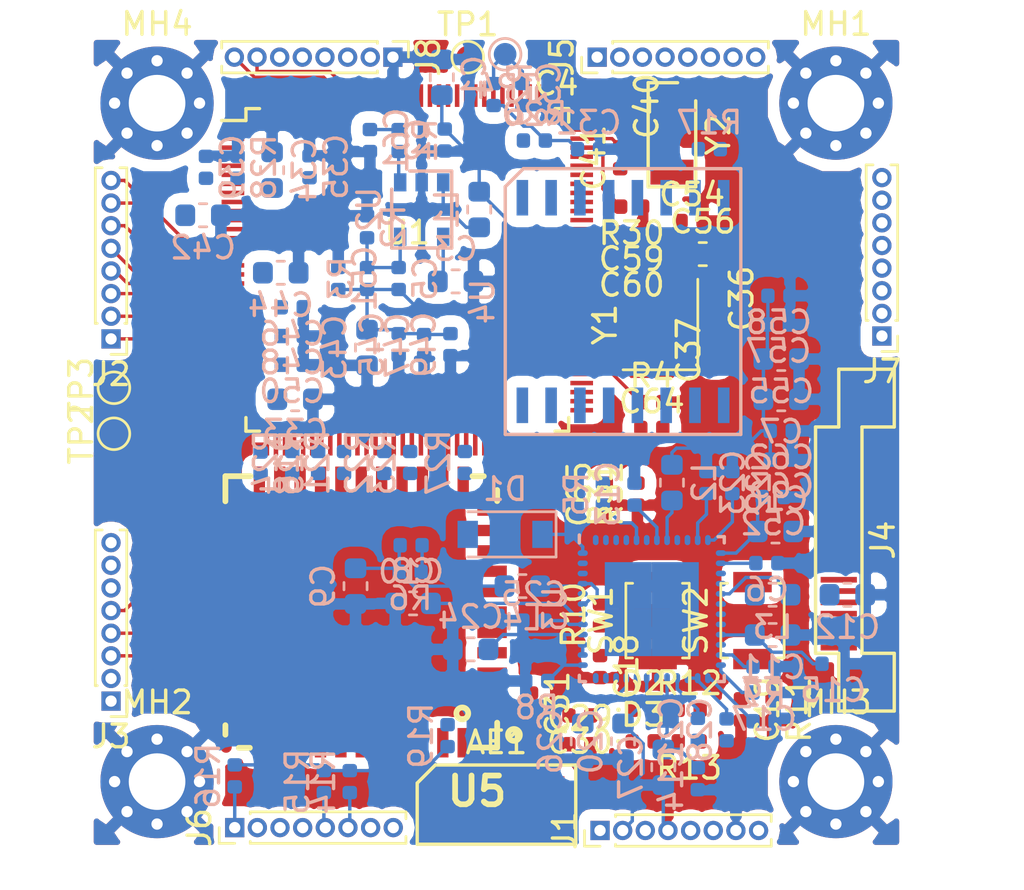
<source format=kicad_pcb>
(kicad_pcb (version 20171130) (host pcbnew 5.0.0)
  (layers (0 F.Cu signal) (31 B.Cu signal) (34 B.Paste user) (35 F.Paste user) (36 B.SilkS user) (37 F.SilkS user) (38 B.Mask user) (39 F.Mask user) (44 Edge.Cuts user))
  (net 0 "")
  (net 1 "Net-(AE1-Pad2)")
  (net 2 +1V8)
  (net 3 GND)
  (net 4 "/PMIC Power Battery/PS")
  (net 5 "Net-(C4-Pad2)")
  (net 6 "Net-(C5-Pad2)")
  (net 7 +1V2)
  (net 8 +BATT)
  (net 9 "Net-(C10-Pad1)")
  (net 10 "Net-(C12-Pad1)")
  (net 11 +3V3)
  (net 12 "Net-(C17-Pad1)")
  (net 13 "/PMIC Power Battery/PWRON")
  (net 14 "/PMIC Power Battery/N_OE")
  (net 15 "/PMIC Power Battery/USBVBUS")
  (net 16 "/PMIC Power Battery/LDO1")
  (net 17 "/PMIC Power Battery/LDO2")
  (net 18 "/PMIC Power Battery/LDO4")
  (net 19 "/PMIC Power Battery/LDO3")
  (net 20 "/PMIC Power Battery/ACIN")
  (net 21 "/PMIC Power Battery/VINT")
  (net 22 "Net-(C30-Pad1)")
  (net 23 "/All V3s input output/VRA2")
  (net 24 "/All V3s input output/VRA1")
  (net 25 "Net-(C36-Pad1)")
  (net 26 "Net-(C37-Pad1)")
  (net 27 RESET)
  (net 28 "Net-(C39-Pad1)")
  (net 29 "Net-(C40-Pad2)")
  (net 30 "Net-(C41-Pad2)")
  (net 31 +3.3VA)
  (net 32 "/PMIC Power Battery/SVREF")
  (net 33 "Net-(D1-Pad1)")
  (net 34 "/PMIC Power Battery/RECLED")
  (net 35 "Net-(D2-Pad2)")
  (net 36 "Net-(D3-Pad2)")
  (net 37 "/PMIC Power Battery/CHGLED")
  (net 38 "/PMIC Power Battery/EXTEN")
  (net 39 "/PMIC Power Battery/USB_DRVVBUS")
  (net 40 "Net-(J2-Pad8)")
  (net 41 "Net-(J2-Pad7)")
  (net 42 "Net-(J2-Pad6)")
  (net 43 "Net-(J2-Pad5)")
  (net 44 "Net-(J2-Pad4)")
  (net 45 "Net-(J2-Pad3)")
  (net 46 "Net-(J2-Pad2)")
  (net 47 "Net-(J2-Pad1)")
  (net 48 "Net-(J3-Pad1)")
  (net 49 "Net-(J3-Pad2)")
  (net 50 "Net-(J3-Pad3)")
  (net 51 "Net-(J3-Pad4)")
  (net 52 "Net-(J3-Pad5)")
  (net 53 "Net-(J3-Pad6)")
  (net 54 "Net-(J3-Pad7)")
  (net 55 "Net-(J3-Pad8)")
  (net 56 "/All V3s input output/CSI-RESET")
  (net 57 "/All V3s input output/CSI-PWDN")
  (net 58 "/All V3s input output/CSI_MCLK")
  (net 59 "/All V3s input output/CSI-SCK")
  (net 60 "/All V3s input output/CSI-SDA")
  (net 61 "/All V3s input output/CSI_2_P")
  (net 62 "/All V3s input output/CSI_2_N")
  (net 63 "/All V3s input output/CSI_1_P")
  (net 64 "/All V3s input output/CSI_1_N")
  (net 65 "/All V3s input output/CSI_CLK_P")
  (net 66 "/All V3s input output/CSI_CLK_N")
  (net 67 "Net-(J5-Pad1)")
  (net 68 "Net-(J5-Pad2)")
  (net 69 "Net-(J5-Pad3)")
  (net 70 "Net-(J5-Pad4)")
  (net 71 "Net-(J5-Pad5)")
  (net 72 "Net-(J5-Pad6)")
  (net 73 "/All V3s input output/UART0_RX")
  (net 74 "/All V3s input output/UART0_TX")
  (net 75 "/All V3s input output/USB_D_P")
  (net 76 "/All V3s input output/USB_D_N")
  (net 77 I2C0_SDA)
  (net 78 I2C0_CLK)
  (net 79 "Net-(J6-Pad4)")
  (net 80 "Net-(J6-Pad3)")
  (net 81 "Net-(J6-Pad2)")
  (net 82 "/All V3s input output/USB_ID")
  (net 83 "Net-(J7-Pad3)")
  (net 84 "Net-(J7-Pad4)")
  (net 85 "/All V3s input output/EPHY_RX_N")
  (net 86 "/All V3s input output/EPHY_RX_P")
  (net 87 "/All V3s input output/EPHY_TX_N")
  (net 88 "/All V3s input output/HPCOMFB")
  (net 89 "/All V3s input output/HPCOM")
  (net 90 "/All V3s input output/MININ1N")
  (net 91 "/All V3s input output/MININ1P")
  (net 92 "Net-(J8-Pad6)")
  (net 93 "Net-(J8-Pad7)")
  (net 94 "Net-(J8-Pad8)")
  (net 95 "Net-(L1-Pad2)")
  (net 96 "Net-(L2-Pad1)")
  (net 97 "Net-(L3-Pad1)")
  (net 98 "Net-(L4-Pad2)")
  (net 99 "Net-(R1-Pad1)")
  (net 100 "Net-(R4-Pad1)")
  (net 101 AP-WAKE-BT)
  (net 102 "Net-(R7-Pad1)")
  (net 103 "Net-(R8-Pad2)")
  (net 104 "/PMIC Power Battery/VCC_RTC")
  (net 105 "Net-(R10-Pad2)")
  (net 106 "/All V3s input output/SPI_HOLD")
  (net 107 "Net-(R18-Pad1)")
  (net 108 "Net-(R19-Pad1)")
  (net 109 "/All V3s input output/SPI_CS")
  (net 110 "/All V3s input output/SDC1_CMD")
  (net 111 "/All V3s input output/SDC1_D0")
  (net 112 "/All V3s input output/SDC1_D1")
  (net 113 "/All V3s input output/SDC1_D2")
  (net 114 "/All V3s input output/SDC1_D3")
  (net 115 "Net-(R27-Pad2)")
  (net 116 "Net-(R30-Pad2)")
  (net 117 "Net-(TP1-Pad1)")
  (net 118 "Net-(TP2-Pad1)")
  (net 119 "Net-(TP3-Pad1)")
  (net 120 "/All V3s input output/SDC1_CLK")
  (net 121 "/PMIC Power Battery/VCC_PE")
  (net 122 "/All V3s input output/UART2_TX")
  (net 123 "/All V3s input output/UART2_RX")
  (net 124 "/All V3s input output/UART2_CTS")
  (net 125 "/All V3s input output/SPI_CLK")
  (net 126 "/All V3s input output/SPI_MOSI")
  (module SLDA52:SOIC-2 (layer F.Cu) (at 195.58 59.182 270)
    (fp_text reference AE1 (at -2.75 0) (layer F.SilkS))
    (fp_text value 2.4Ant)
    (pad 2 smd rect (at 0 -2.5 270) (size 2.5 1) (layers F.Cu F.Paste F.Mask) (net 1 "Net-(AE1-Pad2)"))
    (pad 1 smd rect (at 0 2.5 270) (size 2.5 1) (layers F.Cu F.Paste F.Mask))
  )
  (module Capacitor_SMD:C_0603_1608Metric (layer B.Cu) (at 193.167 27.051 90)
    (fp_text reference C1 (at 0 1.43 90) (layer B.SilkS) (effects (justify mirror)))
    (fp_text value 10uF)
    (pad 1 smd roundrect (at -0.7875 0 90) (size 0.875 0.95) (layers B.Cu B.Paste B.Mask) (net 2 +1V8))
    (pad 2 smd roundrect (at 0.7875 0 90) (size 0.875 0.95) (layers B.Cu B.Paste B.Mask) (net 3 GND))
  )
  (module Capacitor_SMD:C_0402_1005Metric (layer B.Cu) (at 193.294 29.822 270)
    (fp_text reference C2 (at 0 1.17 270) (layer B.SilkS) (effects (justify mirror)))
    (fp_text value 104)
    (pad 1 smd roundrect (at -0.485 0 270) (size 0.59 0.64) (layers B.Cu B.Paste B.Mask) (net 2 +1V8))
    (pad 2 smd roundrect (at 0.485 0 270) (size 0.59 0.64) (layers B.Cu B.Paste B.Mask) (net 3 GND))
  )
  (module Capacitor_SMD:C_0603_1608Metric (layer B.Cu) (at 193.7765 36.068 180)
    (fp_text reference C3 (at 0 1.43 180) (layer B.SilkS) (effects (justify mirror)))
    (fp_text value 10uF)
    (pad 2 smd roundrect (at 0.7875 0 180) (size 0.875 0.95) (layers B.Cu B.Paste B.Mask) (net 4 "/PMIC Power Battery/PS"))
    (pad 1 smd roundrect (at -0.7875 0 180) (size 0.875 0.95) (layers B.Cu B.Paste B.Mask) (net 3 GND))
  )
  (module Capacitor_SMD:C_0402_1005Metric (layer F.Cu) (at 198.224 26.162 180)
    (fp_text reference C4 (at 0 -1.17 180) (layer F.SilkS))
    (fp_text value 4.7uF)
    (pad 2 smd roundrect (at 0.485 0 180) (size 0.59 0.64) (layers F.Cu F.Paste F.Mask) (net 5 "Net-(C4-Pad2)"))
    (pad 1 smd roundrect (at -0.485 0 180) (size 0.59 0.64) (layers F.Cu F.Paste F.Mask) (net 3 GND))
  )
  (module Capacitor_SMD:C_0402_1005Metric (layer B.Cu) (at 191.262 35.941 90)
    (fp_text reference C5 (at 0 1.17 90) (layer B.SilkS) (effects (justify mirror)))
    (fp_text value 47pF)
    (pad 1 smd roundrect (at -0.485 0 90) (size 0.59 0.64) (layers B.Cu B.Paste B.Mask) (net 2 +1V8))
    (pad 2 smd roundrect (at 0.485 0 90) (size 0.59 0.64) (layers B.Cu B.Paste B.Mask) (net 6 "Net-(C5-Pad2)"))
  )
  (module Capacitor_SMD:C_0402_1005Metric (layer B.Cu) (at 207.518 48.514)
    (fp_text reference C6 (at 0 1.17) (layer B.SilkS) (effects (justify mirror)))
    (fp_text value 10uF)
    (pad 2 smd roundrect (at 0.485 0) (size 0.59 0.64) (layers B.Cu B.Paste B.Mask) (net 3 GND))
    (pad 1 smd roundrect (at -0.485 0) (size 0.59 0.64) (layers B.Cu B.Paste B.Mask) (net 4 "/PMIC Power Battery/PS"))
  )
  (module Capacitor_SMD:C_0603_1608Metric (layer B.Cu) (at 208.153 41.275)
    (fp_text reference C7 (at 0 1.43) (layer B.SilkS) (effects (justify mirror)))
    (fp_text value 10uF)
    (pad 1 smd roundrect (at -0.7875 0) (size 0.875 0.95) (layers B.Cu B.Paste B.Mask) (net 7 +1V2))
    (pad 2 smd roundrect (at 0.7875 0) (size 0.875 0.95) (layers B.Cu B.Paste B.Mask) (net 3 GND))
  )
  (module Capacitor_SMD:C_0603_1608Metric (layer B.Cu) (at 191.897 50.292 180)
    (fp_text reference C8 (at 0 1.43 180) (layer B.SilkS) (effects (justify mirror)))
    (fp_text value 10uF)
    (pad 2 smd roundrect (at 0.7875 0 180) (size 0.875 0.95) (layers B.Cu B.Paste B.Mask) (net 3 GND))
    (pad 1 smd roundrect (at -0.7875 0 180) (size 0.875 0.95) (layers B.Cu B.Paste B.Mask) (net 8 +BATT))
  )
  (module Capacitor_SMD:C_0603_1608Metric (layer B.Cu) (at 189.357 49.53 270)
    (fp_text reference C9 (at 0 1.43 270) (layer B.SilkS) (effects (justify mirror)))
    (fp_text value 10uF)
    (pad 1 smd roundrect (at -0.7875 0 270) (size 0.875 0.95) (layers B.Cu B.Paste B.Mask) (net 9 "Net-(C10-Pad1)"))
    (pad 2 smd roundrect (at 0.7875 0 270) (size 0.875 0.95) (layers B.Cu B.Paste B.Mask) (net 3 GND))
  )
  (module Capacitor_SMD:C_0402_1005Metric (layer B.Cu) (at 191.811001 47.724001)
    (fp_text reference C10 (at 0 1.17) (layer B.SilkS) (effects (justify mirror)))
    (fp_text value 1uF)
    (pad 1 smd roundrect (at -0.485 0) (size 0.59 0.64) (layers B.Cu B.Paste B.Mask) (net 9 "Net-(C10-Pad1)"))
    (pad 2 smd roundrect (at 0.485 0) (size 0.59 0.64) (layers B.Cu B.Paste B.Mask) (net 8 +BATT))
  )
  (module Capacitor_SMD:C_0603_1608Metric (layer B.Cu) (at 207.772 51.689)
    (fp_text reference C11 (at 0 1.43) (layer B.SilkS) (effects (justify mirror)))
    (fp_text value 10uF)
    (pad 2 smd roundrect (at 0.7875 0) (size 0.875 0.95) (layers B.Cu B.Paste B.Mask) (net 3 GND))
    (pad 1 smd roundrect (at -0.7875 0) (size 0.875 0.95) (layers B.Cu B.Paste B.Mask) (net 4 "/PMIC Power Battery/PS"))
  )
  (module Capacitor_SMD:C_0603_1608Metric (layer B.Cu) (at 211.074 49.911)
    (fp_text reference C12 (at 0 1.43) (layer B.SilkS) (effects (justify mirror)))
    (fp_text value 10uF)
    (pad 1 smd roundrect (at -0.7875 0) (size 0.875 0.95) (layers B.Cu B.Paste B.Mask) (net 10 "Net-(C12-Pad1)"))
    (pad 2 smd roundrect (at 0.7875 0) (size 0.875 0.95) (layers B.Cu B.Paste B.Mask) (net 3 GND))
  )
  (module Capacitor_SMD:C_0402_1005Metric (layer B.Cu) (at 201.676 45.466 270)
    (fp_text reference C13 (at 0 1.17 270) (layer B.SilkS) (effects (justify mirror)))
    (fp_text value 4.7uF)
    (pad 1 smd roundrect (at -0.485 0 270) (size 0.59 0.64) (layers B.Cu B.Paste B.Mask) (net 3 GND))
    (pad 2 smd roundrect (at 0.485 0 270) (size 0.59 0.64) (layers B.Cu B.Paste B.Mask) (net 4 "/PMIC Power Battery/PS"))
  )
  (module Capacitor_SMD:C_0402_1005Metric (layer B.Cu) (at 204.47 58.039 270)
    (fp_text reference C14 (at 0 1.17 270) (layer B.SilkS) (effects (justify mirror)))
    (fp_text value 4.7uF)
    (pad 2 smd roundrect (at 0.485 0 270) (size 0.59 0.64) (layers B.Cu B.Paste B.Mask) (net 3 GND))
    (pad 1 smd roundrect (at -0.485 0 270) (size 0.59 0.64) (layers B.Cu B.Paste B.Mask) (net 4 "/PMIC Power Battery/PS"))
  )
  (module Capacitor_SMD:C_0402_1005Metric (layer B.Cu) (at 210.439 52.959)
    (fp_text reference C15 (at 0 1.17) (layer B.SilkS) (effects (justify mirror)))
    (fp_text value 104)
    (pad 1 smd roundrect (at -0.485 0) (size 0.59 0.64) (layers B.Cu B.Paste B.Mask) (net 4 "/PMIC Power Battery/PS"))
    (pad 2 smd roundrect (at 0.485 0) (size 0.59 0.64) (layers B.Cu B.Paste B.Mask) (net 3 GND))
  )
  (module Capacitor_SMD:C_0603_1608Metric (layer B.Cu) (at 207.899 47.117 180)
    (fp_text reference C16 (at 0 1.43 180) (layer B.SilkS) (effects (justify mirror)))
    (fp_text value 10uF)
    (pad 2 smd roundrect (at 0.7875 0 180) (size 0.875 0.95) (layers B.Cu B.Paste B.Mask) (net 11 +3V3))
    (pad 1 smd roundrect (at -0.7875 0 180) (size 0.875 0.95) (layers B.Cu B.Paste B.Mask) (net 3 GND))
  )
  (module Capacitor_SMD:C_0402_1005Metric (layer B.Cu) (at 207.391 54.229)
    (fp_text reference C17 (at 0 1.17) (layer B.SilkS) (effects (justify mirror)))
    (fp_text value 1uF)
    (pad 1 smd roundrect (at -0.485 0) (size 0.59 0.64) (layers B.Cu B.Paste B.Mask) (net 12 "Net-(C17-Pad1)"))
    (pad 2 smd roundrect (at 0.485 0) (size 0.59 0.64) (layers B.Cu B.Paste B.Mask) (net 3 GND))
  )
  (module Capacitor_SMD:C_0402_1005Metric (layer F.Cu) (at 200.152 53.086 270)
    (fp_text reference C18 (at 0 -1.17 270) (layer F.SilkS))
    (fp_text value 100pF)
    (pad 1 smd roundrect (at -0.485 0 270) (size 0.59 0.64) (layers F.Cu F.Paste F.Mask) (net 13 "/PMIC Power Battery/PWRON"))
    (pad 2 smd roundrect (at 0.485 0 270) (size 0.59 0.64) (layers F.Cu F.Paste F.Mask) (net 3 GND))
  )
  (module Capacitor_SMD:C_0402_1005Metric (layer F.Cu) (at 206.375 54.991 270)
    (fp_text reference C19 (at 0 -1.17 270) (layer F.SilkS))
    (fp_text value 100pF)
    (pad 2 smd roundrect (at 0.485 0 270) (size 0.59 0.64) (layers F.Cu F.Paste F.Mask) (net 3 GND))
    (pad 1 smd roundrect (at -0.485 0 270) (size 0.59 0.64) (layers F.Cu F.Paste F.Mask) (net 14 "/PMIC Power Battery/N_OE"))
  )
  (module Capacitor_SMD:C_0603_1608Metric (layer B.Cu) (at 201.168 56.388 270)
    (fp_text reference C20 (at 0 1.43 270) (layer B.SilkS) (effects (justify mirror)))
    (fp_text value 10uF)
    (pad 2 smd roundrect (at 0.7875 0 270) (size 0.875 0.95) (layers B.Cu B.Paste B.Mask) (net 3 GND))
    (pad 1 smd roundrect (at -0.7875 0 270) (size 0.875 0.95) (layers B.Cu B.Paste B.Mask) (net 15 "/PMIC Power Battery/USBVBUS"))
  )
  (module Capacitor_SMD:C_0402_1005Metric (layer B.Cu) (at 204.47 55.857 270)
    (fp_text reference C21 (at 0 1.17 270) (layer B.SilkS) (effects (justify mirror)))
    (fp_text value 1uF)
    (pad 2 smd roundrect (at 0.485 0 270) (size 0.59 0.64) (layers B.Cu B.Paste B.Mask) (net 3 GND))
    (pad 1 smd roundrect (at -0.485 0 270) (size 0.59 0.64) (layers B.Cu B.Paste B.Mask) (net 16 "/PMIC Power Battery/LDO1"))
  )
  (module Capacitor_SMD:C_0402_1005Metric (layer B.Cu) (at 205.994 44.958 90)
    (fp_text reference C22 (at 0 1.17 90) (layer B.SilkS) (effects (justify mirror)))
    (fp_text value 4.7uF)
    (pad 1 smd roundrect (at -0.485 0 90) (size 0.59 0.64) (layers B.Cu B.Paste B.Mask) (net 17 "/PMIC Power Battery/LDO2"))
    (pad 2 smd roundrect (at 0.485 0 90) (size 0.59 0.64) (layers B.Cu B.Paste B.Mask) (net 3 GND))
  )
  (module Capacitor_SMD:C_0402_1005Metric (layer B.Cu) (at 204.851 44.958 90)
    (fp_text reference C23 (at 0 1.17 90) (layer B.SilkS) (effects (justify mirror)))
    (fp_text value 4.7uF)
    (pad 2 smd roundrect (at 0.485 0 90) (size 0.59 0.64) (layers B.Cu B.Paste B.Mask) (net 3 GND))
    (pad 1 smd roundrect (at -0.485 0 90) (size 0.59 0.64) (layers B.Cu B.Paste B.Mask) (net 18 "/PMIC Power Battery/LDO4"))
  )
  (module Capacitor_SMD:C_0603_1608Metric (layer B.Cu) (at 194.437 52.324 180)
    (fp_text reference C24 (at 0 1.43 180) (layer B.SilkS) (effects (justify mirror)))
    (fp_text value 10uF)
    (pad 2 smd roundrect (at 0.7875 0 180) (size 0.875 0.95) (layers B.Cu B.Paste B.Mask) (net 3 GND))
    (pad 1 smd roundrect (at -0.7875 0 180) (size 0.875 0.95) (layers B.Cu B.Paste B.Mask) (net 11 +3V3))
  )
  (module Capacitor_SMD:C_0402_1005Metric (layer B.Cu) (at 197.231 51.054 180)
    (fp_text reference C25 (at 0 1.17 180) (layer B.SilkS) (effects (justify mirror)))
    (fp_text value 4.7uF)
    (pad 2 smd roundrect (at 0.485 0 180) (size 0.59 0.64) (layers B.Cu B.Paste B.Mask) (net 3 GND))
    (pad 1 smd roundrect (at -0.485 0 180) (size 0.59 0.64) (layers B.Cu B.Paste B.Mask) (net 19 "/PMIC Power Battery/LDO3"))
  )
  (module Capacitor_SMD:C_0603_1608Metric (layer B.Cu) (at 199.39 56.388 270)
    (fp_text reference C26 (at 0 1.43 270) (layer B.SilkS) (effects (justify mirror)))
    (fp_text value 10uF)
    (pad 2 smd roundrect (at 0.7875 0 270) (size 0.875 0.95) (layers B.Cu B.Paste B.Mask) (net 3 GND))
    (pad 1 smd roundrect (at -0.7875 0 270) (size 0.875 0.95) (layers B.Cu B.Paste B.Mask) (net 20 "/PMIC Power Battery/ACIN"))
  )
  (module Capacitor_SMD:C_0603_1608Metric (layer B.Cu) (at 202.946 57.531 270)
    (fp_text reference C27 (at 0 1.43 270) (layer B.SilkS) (effects (justify mirror)))
    (fp_text value 10uF)
    (pad 1 smd roundrect (at -0.7875 0 270) (size 0.875 0.95) (layers B.Cu B.Paste B.Mask) (net 4 "/PMIC Power Battery/PS"))
    (pad 2 smd roundrect (at 0.7875 0 270) (size 0.875 0.95) (layers B.Cu B.Paste B.Mask) (net 3 GND))
  )
  (module Capacitor_SMD:C_0402_1005Metric (layer B.Cu) (at 205.74 55.88 270)
    (fp_text reference C28 (at 0 1.17 270) (layer B.SilkS) (effects (justify mirror)))
    (fp_text value 1uF)
    (pad 2 smd roundrect (at 0.485 0 270) (size 0.59 0.64) (layers B.Cu B.Paste B.Mask) (net 3 GND))
    (pad 1 smd roundrect (at -0.485 0 270) (size 0.59 0.64) (layers B.Cu B.Paste B.Mask) (net 21 "/PMIC Power Battery/VINT"))
  )
  (module Capacitor_SMD:C_0402_1005Metric (layer F.Cu) (at 199.263 56.515)
    (fp_text reference C29 (at 0 -1.17) (layer F.SilkS))
    (fp_text value 1uF)
    (pad 2 smd roundrect (at 0.485 0) (size 0.59 0.64) (layers F.Cu F.Paste F.Mask) (net 3 GND))
    (pad 1 smd roundrect (at -0.485 0) (size 0.59 0.64) (layers F.Cu F.Paste F.Mask) (net 1 "Net-(AE1-Pad2)"))
  )
  (module Capacitor_SMD:C_0402_1005Metric (layer F.Cu) (at 199.263 55.245 180)
    (fp_text reference C30 (at 0 -1.17 180) (layer F.SilkS))
    (fp_text value 1uF)
    (pad 1 smd roundrect (at -0.485 0 180) (size 0.59 0.64) (layers F.Cu F.Paste F.Mask) (net 22 "Net-(C30-Pad1)"))
    (pad 2 smd roundrect (at 0.485 0 180) (size 0.59 0.64) (layers F.Cu F.Paste F.Mask) (net 1 "Net-(AE1-Pad2)"))
  )
  (module Capacitor_SMD:C_0402_1005Metric (layer F.Cu) (at 197.104 54.737 270)
    (fp_text reference C31 (at 0 -1.17 270) (layer F.SilkS))
    (fp_text value 1uF)
    (pad 1 smd roundrect (at -0.485 0 270) (size 0.59 0.64) (layers F.Cu F.Paste F.Mask) (net 22 "Net-(C30-Pad1)"))
    (pad 2 smd roundrect (at 0.485 0 270) (size 0.59 0.64) (layers F.Cu F.Paste F.Mask) (net 3 GND))
  )
  (module Capacitor_SMD:C_0402_1005Metric (layer B.Cu) (at 199.644 30.226 180)
    (fp_text reference C32 (at 0 1.17 180) (layer B.SilkS) (effects (justify mirror)))
    (fp_text value 104)
    (pad 2 smd roundrect (at 0.485 0 180) (size 0.59 0.64) (layers B.Cu B.Paste B.Mask) (net 11 +3V3))
    (pad 1 smd roundrect (at -0.485 0 180) (size 0.59 0.64) (layers B.Cu B.Paste B.Mask) (net 3 GND))
  )
  (module Capacitor_SMD:C_0603_1608Metric (layer B.Cu) (at 186.69 41.275)
    (fp_text reference C33 (at 0 1.43) (layer B.SilkS) (effects (justify mirror)))
    (fp_text value 10uF)
    (pad 1 smd roundrect (at -0.7875 0) (size 0.875 0.95) (layers B.Cu B.Paste B.Mask) (net 11 +3V3))
    (pad 2 smd roundrect (at 0.7875 0) (size 0.875 0.95) (layers B.Cu B.Paste B.Mask) (net 3 GND))
  )
  (module Capacitor_SMD:C_0603_1608Metric (layer B.Cu) (at 185.674 31.154194 90)
    (fp_text reference C34 (at 0 1.43 90) (layer B.SilkS) (effects (justify mirror)))
    (fp_text value 10uF)
    (pad 1 smd roundrect (at -0.7875 0 90) (size 0.875 0.95) (layers B.Cu B.Paste B.Mask) (net 23 "/All V3s input output/VRA2"))
    (pad 2 smd roundrect (at 0.7875 0 90) (size 0.875 0.95) (layers B.Cu B.Paste B.Mask) (net 3 GND))
  )
  (module Capacitor_SMD:C_0402_1005Metric (layer B.Cu) (at 187.325 31.004194 90)
    (fp_text reference C35 (at 0 1.17 90) (layer B.SilkS) (effects (justify mirror)))
    (fp_text value 1uF)
    (pad 1 smd roundrect (at -0.485 0 90) (size 0.59 0.64) (layers B.Cu B.Paste B.Mask) (net 24 "/All V3s input output/VRA1"))
    (pad 2 smd roundrect (at 0.485 0 90) (size 0.59 0.64) (layers B.Cu B.Paste B.Mask) (net 3 GND))
  )
  (module Capacitor_SMD:C_0402_1005Metric (layer F.Cu) (at 205.232 36.83 270)
    (fp_text reference C36 (at 0 -1.17 270) (layer F.SilkS))
    (fp_text value 18pF)
    (pad 2 smd roundrect (at 0.485 0 270) (size 0.59 0.64) (layers F.Cu F.Paste F.Mask) (net 3 GND))
    (pad 1 smd roundrect (at -0.485 0 270) (size 0.59 0.64) (layers F.Cu F.Paste F.Mask) (net 25 "Net-(C36-Pad1)"))
  )
  (module Capacitor_SMD:C_0402_1005Metric (layer F.Cu) (at 205.232 39.116 90)
    (fp_text reference C37 (at 0 -1.17 90) (layer F.SilkS))
    (fp_text value 18pF)
    (pad 1 smd roundrect (at -0.485 0 90) (size 0.59 0.64) (layers F.Cu F.Paste F.Mask) (net 26 "Net-(C37-Pad1)"))
    (pad 2 smd roundrect (at 0.485 0 90) (size 0.59 0.64) (layers F.Cu F.Paste F.Mask) (net 3 GND))
  )
  (module Capacitor_SMD:C_0402_1005Metric (layer B.Cu) (at 196.723 27.813 90)
    (fp_text reference C38 (at 0 1.17 90) (layer B.SilkS) (effects (justify mirror)))
    (fp_text value 1uF)
    (pad 2 smd roundrect (at 0.485 0 90) (size 0.59 0.64) (layers B.Cu B.Paste B.Mask) (net 27 RESET))
    (pad 1 smd roundrect (at -0.485 0 90) (size 0.59 0.64) (layers B.Cu B.Paste B.Mask) (net 3 GND))
  )
  (module Capacitor_SMD:C_0402_1005Metric (layer B.Cu) (at 182.753 31.027194 90)
    (fp_text reference C39 (at 0 1.17 90) (layer B.SilkS) (effects (justify mirror)))
    (fp_text value 104F)
    (pad 1 smd roundrect (at -0.485 0 90) (size 0.59 0.64) (layers B.Cu B.Paste B.Mask) (net 28 "Net-(C39-Pad1)"))
    (pad 2 smd roundrect (at 0.485 0 90) (size 0.59 0.64) (layers B.Cu B.Paste B.Mask) (net 3 GND))
  )
  (module Capacitor_SMD:C_0402_1005Metric (layer F.Cu) (at 201.041 28.321 270)
    (fp_text reference C40 (at 0 -1.17 270) (layer F.SilkS))
    (fp_text value 20pF)
    (pad 1 smd roundrect (at -0.485 0 270) (size 0.59 0.64) (layers F.Cu F.Paste F.Mask) (net 3 GND))
    (pad 2 smd roundrect (at 0.485 0 270) (size 0.59 0.64) (layers F.Cu F.Paste F.Mask) (net 29 "Net-(C40-Pad2)"))
  )
  (module Capacitor_SMD:C_0402_1005Metric (layer F.Cu) (at 201.041 30.607 90)
    (fp_text reference C41 (at 0 -1.17 90) (layer F.SilkS))
    (fp_text value 20pF)
    (pad 1 smd roundrect (at -0.485 0 90) (size 0.59 0.64) (layers F.Cu F.Paste F.Mask) (net 3 GND))
    (pad 2 smd roundrect (at 0.485 0 90) (size 0.59 0.64) (layers F.Cu F.Paste F.Mask) (net 30 "Net-(C41-Pad2)"))
  )
  (module Capacitor_SMD:C_0603_1608Metric (layer B.Cu) (at 182.626 33.147)
    (fp_text reference C42 (at 0 1.43) (layer B.SilkS) (effects (justify mirror)))
    (fp_text value 10uF)
    (pad 2 smd roundrect (at 0.7875 0) (size 0.875 0.95) (layers B.Cu B.Paste B.Mask) (net 3 GND))
    (pad 1 smd roundrect (at -0.7875 0) (size 0.875 0.95) (layers B.Cu B.Paste B.Mask) (net 28 "Net-(C39-Pad1)"))
  )
  (module Capacitor_SMD:C_0603_1608Metric (layer B.Cu) (at 189.865 38.989 270)
    (fp_text reference C43 (at 0 1.43 270) (layer B.SilkS) (effects (justify mirror)))
    (fp_text value 10uF)
    (pad 1 smd roundrect (at -0.7875 0 270) (size 0.875 0.95) (layers B.Cu B.Paste B.Mask) (net 2 +1V8))
    (pad 2 smd roundrect (at 0.7875 0 270) (size 0.875 0.95) (layers B.Cu B.Paste B.Mask) (net 3 GND))
  )
  (module Capacitor_SMD:C_0603_1608Metric (layer B.Cu) (at 186.055 35.687)
    (fp_text reference C44 (at 0 1.43) (layer B.SilkS) (effects (justify mirror)))
    (fp_text value 10uF)
    (pad 1 smd roundrect (at -0.7875 0) (size 0.875 0.95) (layers B.Cu B.Paste B.Mask) (net 11 +3V3))
    (pad 2 smd roundrect (at 0.7875 0) (size 0.875 0.95) (layers B.Cu B.Paste B.Mask) (net 3 GND))
  )
  (module Capacitor_SMD:C_0402_1005Metric (layer B.Cu) (at 191.262 38.862 270)
    (fp_text reference C45 (at 0 1.17 270) (layer B.SilkS) (effects (justify mirror)))
    (fp_text value 1uF)
    (pad 2 smd roundrect (at 0.485 0 270) (size 0.59 0.64) (layers B.Cu B.Paste B.Mask) (net 3 GND))
    (pad 1 smd roundrect (at -0.485 0 270) (size 0.59 0.64) (layers B.Cu B.Paste B.Mask) (net 2 +1V8))
  )
  (module Capacitor_SMD:C_0402_1005Metric (layer B.Cu) (at 186.563 37.211)
    (fp_text reference C46 (at 0 1.17) (layer B.SilkS) (effects (justify mirror)))
    (fp_text value 1uF)
    (pad 1 smd roundrect (at -0.485 0) (size 0.59 0.64) (layers B.Cu B.Paste B.Mask) (net 11 +3V3))
    (pad 2 smd roundrect (at 0.485 0) (size 0.59 0.64) (layers B.Cu B.Paste B.Mask) (net 3 GND))
  )
  (module Capacitor_SMD:C_0402_1005Metric (layer B.Cu) (at 192.383999 38.898001 270)
    (fp_text reference C47 (at 0 1.17 270) (layer B.SilkS) (effects (justify mirror)))
    (fp_text value 1uF)
    (pad 1 smd roundrect (at -0.485 0 270) (size 0.59 0.64) (layers B.Cu B.Paste B.Mask) (net 2 +1V8))
    (pad 2 smd roundrect (at 0.485 0 270) (size 0.59 0.64) (layers B.Cu B.Paste B.Mask) (net 3 GND))
  )
  (module Capacitor_SMD:C_0402_1005Metric (layer B.Cu) (at 186.563 38.481)
    (fp_text reference C48 (at 0 1.17) (layer B.SilkS) (effects (justify mirror)))
    (fp_text value 104F)
    (pad 2 smd roundrect (at 0.485 0) (size 0.59 0.64) (layers B.Cu B.Paste B.Mask) (net 3 GND))
    (pad 1 smd roundrect (at -0.485 0) (size 0.59 0.64) (layers B.Cu B.Paste B.Mask) (net 11 +3V3))
  )
  (module Capacitor_SMD:C_0402_1005Metric (layer B.Cu) (at 193.548 38.862 270)
    (fp_text reference C49 (at 0 1.17 270) (layer B.SilkS) (effects (justify mirror)))
    (fp_text value 104F)
    (pad 2 smd roundrect (at 0.485 0 270) (size 0.59 0.64) (layers B.Cu B.Paste B.Mask) (net 3 GND))
    (pad 1 smd roundrect (at -0.485 0 270) (size 0.59 0.64) (layers B.Cu B.Paste B.Mask) (net 2 +1V8))
  )
  (module Capacitor_SMD:C_0402_1005Metric (layer B.Cu) (at 186.563 39.751)
    (fp_text reference C50 (at 0 1.17) (layer B.SilkS) (effects (justify mirror)))
    (fp_text value 104F)
    (pad 2 smd roundrect (at 0.485 0) (size 0.59 0.64) (layers B.Cu B.Paste B.Mask) (net 3 GND))
    (pad 1 smd roundrect (at -0.485 0) (size 0.59 0.64) (layers B.Cu B.Paste B.Mask) (net 11 +3V3))
  )
  (module Capacitor_SMD:C_0402_1005Metric (layer B.Cu) (at 188.595 35.941 90)
    (fp_text reference C51 (at 0 1.17 90) (layer B.SilkS) (effects (justify mirror)))
    (fp_text value 104F)
    (pad 2 smd roundrect (at 0.485 0 90) (size 0.59 0.64) (layers B.Cu B.Paste B.Mask) (net 3 GND))
    (pad 1 smd roundrect (at -0.485 0 90) (size 0.59 0.64) (layers B.Cu B.Paste B.Mask) (net 2 +1V8))
  )
  (module Capacitor_SMD:C_0402_1005Metric (layer B.Cu) (at 207.795 45.593)
    (fp_text reference C52 (at 0 1.17) (layer B.SilkS) (effects (justify mirror)))
    (fp_text value 1uF)
    (pad 2 smd roundrect (at 0.485 0) (size 0.59 0.64) (layers B.Cu B.Paste B.Mask) (net 3 GND))
    (pad 1 smd roundrect (at -0.485 0) (size 0.59 0.64) (layers B.Cu B.Paste B.Mask) (net 11 +3V3))
  )
  (module Capacitor_SMD:C_0402_1005Metric (layer F.Cu) (at 204.216 33.401)
    (fp_text reference C54 (at 0 -1.17) (layer F.SilkS))
    (fp_text value 104F)
    (pad 2 smd roundrect (at 0.485 0) (size 0.59 0.64) (layers F.Cu F.Paste F.Mask) (net 3 GND))
    (pad 1 smd roundrect (at -0.485 0) (size 0.59 0.64) (layers F.Cu F.Paste F.Mask) (net 31 +3.3VA))
  )
  (module Capacitor_SMD:C_0603_1608Metric (layer B.Cu) (at 208.153 39.497)
    (fp_text reference C55 (at 0 1.43) (layer B.SilkS) (effects (justify mirror)))
    (fp_text value 10uF)
    (pad 2 smd roundrect (at 0.7875 0) (size 0.875 0.95) (layers B.Cu B.Paste B.Mask) (net 3 GND))
    (pad 1 smd roundrect (at -0.7875 0) (size 0.875 0.95) (layers B.Cu B.Paste B.Mask) (net 7 +1V2))
  )
  (module Capacitor_SMD:C_0603_1608Metric (layer F.Cu) (at 204.688001 34.862999)
    (fp_text reference C56 (at 0 -1.43) (layer F.SilkS))
    (fp_text value 10uF)
    (pad 1 smd roundrect (at -0.7875 0) (size 0.875 0.95) (layers F.Cu F.Paste F.Mask) (net 31 +3.3VA))
    (pad 2 smd roundrect (at 0.7875 0) (size 0.875 0.95) (layers F.Cu F.Paste F.Mask) (net 3 GND))
  )
  (module Capacitor_SMD:C_0402_1005Metric (layer B.Cu) (at 208.026 37.973)
    (fp_text reference C57 (at 0 1.17) (layer B.SilkS) (effects (justify mirror)))
    (fp_text value 1uF)
    (pad 1 smd roundrect (at -0.485 0) (size 0.59 0.64) (layers B.Cu B.Paste B.Mask) (net 7 +1V2))
    (pad 2 smd roundrect (at 0.485 0) (size 0.59 0.64) (layers B.Cu B.Paste B.Mask) (net 3 GND))
  )
  (module Capacitor_SMD:C_0402_1005Metric (layer B.Cu) (at 208.049 36.703)
    (fp_text reference C58 (at 0 1.17) (layer B.SilkS) (effects (justify mirror)))
    (fp_text value 1uF)
    (pad 1 smd roundrect (at -0.485 0) (size 0.59 0.64) (layers B.Cu B.Paste B.Mask) (net 7 +1V2))
    (pad 2 smd roundrect (at 0.485 0) (size 0.59 0.64) (layers B.Cu B.Paste B.Mask) (net 3 GND))
  )
  (module Capacitor_SMD:C_0402_1005Metric (layer F.Cu) (at 201.549 33.909 180)
    (fp_text reference C59 (at 0 -1.17 180) (layer F.SilkS))
    (fp_text value 104F)
    (pad 1 smd roundrect (at -0.485 0 180) (size 0.59 0.64) (layers F.Cu F.Paste F.Mask) (net 3 GND))
    (pad 2 smd roundrect (at 0.485 0 180) (size 0.59 0.64) (layers F.Cu F.Paste F.Mask) (net 11 +3V3))
  )
  (module Capacitor_SMD:C_0402_1005Metric (layer F.Cu) (at 201.549 35.052 180)
    (fp_text reference C60 (at 0 -1.17 180) (layer F.SilkS))
    (fp_text value 104F)
    (pad 2 smd roundrect (at 0.485 0 180) (size 0.59 0.64) (layers F.Cu F.Paste F.Mask) (net 11 +3V3))
    (pad 1 smd roundrect (at -0.485 0 180) (size 0.59 0.64) (layers F.Cu F.Paste F.Mask) (net 3 GND))
  )
  (module Capacitor_SMD:C_0402_1005Metric (layer B.Cu) (at 189.992 29.845 90)
    (fp_text reference C61 (at 0 1.17 90) (layer B.SilkS) (effects (justify mirror)))
    (fp_text value 104F)
    (pad 1 smd roundrect (at -0.485 0 90) (size 0.59 0.64) (layers B.Cu B.Paste B.Mask) (net 3 GND))
    (pad 2 smd roundrect (at 0.485 0 90) (size 0.59 0.64) (layers B.Cu B.Paste B.Mask) (net 31 +3.3VA))
  )
  (module Capacitor_SMD:C_0402_1005Metric (layer B.Cu) (at 208.153 42.672)
    (fp_text reference C62 (at 0 1.17) (layer B.SilkS) (effects (justify mirror)))
    (fp_text value 104F)
    (pad 2 smd roundrect (at 0.485 0) (size 0.59 0.64) (layers B.Cu B.Paste B.Mask) (net 3 GND))
    (pad 1 smd roundrect (at -0.485 0) (size 0.59 0.64) (layers B.Cu B.Paste B.Mask) (net 7 +1V2))
  )
  (module Capacitor_SMD:C_0402_1005Metric (layer B.Cu) (at 208.153 43.942)
    (fp_text reference C63 (at 0 1.17) (layer B.SilkS) (effects (justify mirror)))
    (fp_text value 104F)
    (pad 1 smd roundrect (at -0.485 0) (size 0.59 0.64) (layers B.Cu B.Paste B.Mask) (net 7 +1V2))
    (pad 2 smd roundrect (at 0.485 0) (size 0.59 0.64) (layers B.Cu B.Paste B.Mask) (net 3 GND))
  )
  (module Capacitor_SMD:C_0402_1005Metric (layer F.Cu) (at 202.438 42.545)
    (fp_text reference C64 (at 0 -1.17) (layer F.SilkS))
    (fp_text value 104F)
    (pad 2 smd roundrect (at 0.485 0) (size 0.59 0.64) (layers F.Cu F.Paste F.Mask) (net 2 +1V8))
    (pad 1 smd roundrect (at -0.485 0) (size 0.59 0.64) (layers F.Cu F.Paste F.Mask) (net 32 "/PMIC Power Battery/SVREF"))
  )
  (module Capacitor_SMD:C_0402_1005Metric (layer F.Cu) (at 200.406 45.466 90)
    (fp_text reference C65 (at 0 -1.17 90) (layer F.SilkS))
    (fp_text value 104F)
    (pad 1 smd roundrect (at -0.485 0 90) (size 0.59 0.64) (layers F.Cu F.Paste F.Mask) (net 3 GND))
    (pad 2 smd roundrect (at 0.485 0 90) (size 0.59 0.64) (layers F.Cu F.Paste F.Mask) (net 32 "/PMIC Power Battery/SVREF"))
  )
  (module Diode_SMD:D_SOD-123 (layer B.Cu) (at 195.961 47.244 180)
    (fp_text reference D1 (at 0 2 180) (layer B.SilkS) (effects (justify mirror)))
    (fp_text value 1N4148W-7-F)
    (pad 1 smd rect (at -1.65 0 180) (size 0.9 1.2) (layers B.Cu B.Paste B.Mask) (net 33 "Net-(D1-Pad1)"))
    (pad 2 smd rect (at 1.65 0 180) (size 0.9 1.2) (layers B.Cu B.Paste B.Mask) (net 11 +3V3))
  )
  (module LED_SMD:LED_0402_1005Metric (layer F.Cu) (at 202.057 54.991)
    (fp_text reference D2 (at 0 -1.17) (layer F.SilkS))
    (fp_text value LED)
    (pad 1 smd roundrect (at -0.485 0) (size 0.59 0.64) (layers F.Cu F.Paste F.Mask) (net 34 "/PMIC Power Battery/RECLED"))
    (pad 2 smd roundrect (at 0.485 0) (size 0.59 0.64) (layers F.Cu F.Paste F.Mask) (net 35 "Net-(D2-Pad2)"))
  )
  (module LED_SMD:LED_0402_1005Metric (layer F.Cu) (at 202.057 56.388)
    (fp_text reference D3 (at 0 -1.17) (layer F.SilkS))
    (fp_text value LED)
    (pad 2 smd roundrect (at 0.485 0) (size 0.59 0.64) (layers F.Cu F.Paste F.Mask) (net 36 "Net-(D3-Pad2)"))
    (pad 1 smd roundrect (at -0.485 0) (size 0.59 0.64) (layers F.Cu F.Paste F.Mask) (net 37 "/PMIC Power Battery/CHGLED"))
  )
  (module Connector_PinHeader_1.00mm:PinHeader_1x08_P1.00mm_Vertical (layer F.Cu) (at 200.152 60.325 90)
    (fp_text reference J1 (at 0 -1.56 90) (layer F.SilkS))
    (fp_text value Power)
    (pad 8 thru_hole oval (at 0 7 90) (size 0.85 0.85) (drill 0.5) (layers *.Cu *.Mask) (net 20 "/PMIC Power Battery/ACIN"))
    (pad 7 thru_hole oval (at 0 6 90) (size 0.85 0.85) (drill 0.5) (layers *.Cu *.Mask) (net 3 GND))
    (pad 6 thru_hole oval (at 0 5 90) (size 0.85 0.85) (drill 0.5) (layers *.Cu *.Mask) (net 8 +BATT))
    (pad 5 thru_hole oval (at 0 4 90) (size 0.85 0.85) (drill 0.5) (layers *.Cu *.Mask) (net 38 "/PMIC Power Battery/EXTEN"))
    (pad 4 thru_hole oval (at 0 3 90) (size 0.85 0.85) (drill 0.5) (layers *.Cu *.Mask) (net 3 GND))
    (pad 3 thru_hole oval (at 0 2 90) (size 0.85 0.85) (drill 0.5) (layers *.Cu *.Mask) (net 4 "/PMIC Power Battery/PS"))
    (pad 2 thru_hole oval (at 0 1 90) (size 0.85 0.85) (drill 0.5) (layers *.Cu *.Mask) (net 15 "/PMIC Power Battery/USBVBUS"))
    (pad 1 thru_hole rect (at 0 0 90) (size 0.85 0.85) (drill 0.5) (layers *.Cu *.Mask) (net 39 "/PMIC Power Battery/USB_DRVVBUS"))
  )
  (module Connector_PinHeader_1.00mm:PinHeader_1x08_P1.00mm_Vertical (layer F.Cu) (at 178.562 38.608 180)
    (fp_text reference J2 (at 0 -1.56 180) (layer F.SilkS))
    (fp_text value GPIO_A)
    (pad 8 thru_hole oval (at 0 7 180) (size 0.85 0.85) (drill 0.5) (layers *.Cu *.Mask) (net 40 "Net-(J2-Pad8)"))
    (pad 7 thru_hole oval (at 0 6 180) (size 0.85 0.85) (drill 0.5) (layers *.Cu *.Mask) (net 41 "Net-(J2-Pad7)"))
    (pad 6 thru_hole oval (at 0 5 180) (size 0.85 0.85) (drill 0.5) (layers *.Cu *.Mask) (net 42 "Net-(J2-Pad6)"))
    (pad 5 thru_hole oval (at 0 4 180) (size 0.85 0.85) (drill 0.5) (layers *.Cu *.Mask) (net 43 "Net-(J2-Pad5)"))
    (pad 4 thru_hole oval (at 0 3 180) (size 0.85 0.85) (drill 0.5) (layers *.Cu *.Mask) (net 44 "Net-(J2-Pad4)"))
    (pad 3 thru_hole oval (at 0 2 180) (size 0.85 0.85) (drill 0.5) (layers *.Cu *.Mask) (net 45 "Net-(J2-Pad3)"))
    (pad 2 thru_hole oval (at 0 1 180) (size 0.85 0.85) (drill 0.5) (layers *.Cu *.Mask) (net 46 "Net-(J2-Pad2)"))
    (pad 1 thru_hole rect (at 0 0 180) (size 0.85 0.85) (drill 0.5) (layers *.Cu *.Mask) (net 47 "Net-(J2-Pad1)"))
  )
  (module Connector_PinHeader_1.00mm:PinHeader_1x08_P1.00mm_Vertical (layer F.Cu) (at 178.562 54.61 180)
    (fp_text reference J3 (at 0 -1.56 180) (layer F.SilkS))
    (fp_text value GPIO_B)
    (pad 1 thru_hole rect (at 0 0 180) (size 0.85 0.85) (drill 0.5) (layers *.Cu *.Mask) (net 48 "Net-(J3-Pad1)"))
    (pad 2 thru_hole oval (at 0 1 180) (size 0.85 0.85) (drill 0.5) (layers *.Cu *.Mask) (net 49 "Net-(J3-Pad2)"))
    (pad 3 thru_hole oval (at 0 2 180) (size 0.85 0.85) (drill 0.5) (layers *.Cu *.Mask) (net 50 "Net-(J3-Pad3)"))
    (pad 4 thru_hole oval (at 0 3 180) (size 0.85 0.85) (drill 0.5) (layers *.Cu *.Mask) (net 51 "Net-(J3-Pad4)"))
    (pad 5 thru_hole oval (at 0 4 180) (size 0.85 0.85) (drill 0.5) (layers *.Cu *.Mask) (net 52 "Net-(J3-Pad5)"))
    (pad 6 thru_hole oval (at 0 5 180) (size 0.85 0.85) (drill 0.5) (layers *.Cu *.Mask) (net 53 "Net-(J3-Pad6)"))
    (pad 7 thru_hole oval (at 0 6 180) (size 0.85 0.85) (drill 0.5) (layers *.Cu *.Mask) (net 54 "Net-(J3-Pad7)"))
    (pad 8 thru_hole oval (at 0 7 180) (size 0.85 0.85) (drill 0.5) (layers *.Cu *.Mask) (net 55 "Net-(J3-Pad8)"))
  )
  (module FPC20-0:FPC_20 (layer F.Cu) (at 210.693 47.498 90)
    (fp_text reference J4 (at 0 1.95 90) (layer F.SilkS))
    (fp_text value CAM)
    (pad 1 smd rect (at -4.75 0 90) (size 0.25 1.6) (layers F.Cu F.Paste F.Mask) (net 56 "/All V3s input output/CSI-RESET"))
    (pad 2 smd rect (at -4.25 0 90) (size 0.25 1.6) (layers F.Cu F.Paste F.Mask) (net 57 "/All V3s input output/CSI-PWDN"))
    (pad 3 smd rect (at -3.75 0 90) (size 0.25 1.6) (layers F.Cu F.Paste F.Mask) (net 58 "/All V3s input output/CSI_MCLK"))
    (pad 4 smd rect (at -3.25 0 90) (size 0.25 1.6) (layers F.Cu F.Paste F.Mask) (net 3 GND))
    (pad 5 smd rect (at -2.75 0 90) (size 0.25 1.6) (layers F.Cu F.Paste F.Mask) (net 59 "/All V3s input output/CSI-SCK"))
    (pad 6 smd rect (at -2.25 0 90) (size 0.25 1.6) (layers F.Cu F.Paste F.Mask) (net 60 "/All V3s input output/CSI-SDA"))
    (pad 7 smd rect (at -1.75 0 90) (size 0.25 1.6) (layers F.Cu F.Paste F.Mask))
    (pad 8 smd rect (at -1.25 0 90) (size 0.25 1.6) (layers F.Cu F.Paste F.Mask) (net 11 +3V3))
    (pad 9 smd rect (at -0.75 0 90) (size 0.25 1.6) (layers F.Cu F.Paste F.Mask))
    (pad 10 smd rect (at -0.25 0 90) (size 0.25 1.6) (layers F.Cu F.Paste F.Mask) (net 8 +BATT))
    (pad 11 smd rect (at 0.25 0 90) (size 0.25 1.6) (layers F.Cu F.Paste F.Mask) (net 3 GND))
    (pad 12 smd rect (at 0.75 0 90) (size 0.25 1.6) (layers F.Cu F.Paste F.Mask) (net 61 "/All V3s input output/CSI_2_P"))
    (pad 13 smd rect (at 1.25 0 90) (size 0.25 1.6) (layers F.Cu F.Paste F.Mask) (net 62 "/All V3s input output/CSI_2_N"))
    (pad 14 smd rect (at 1.75 0 90) (size 0.25 1.6) (layers F.Cu F.Paste F.Mask) (net 3 GND))
    (pad 15 smd rect (at 2.25 0 90) (size 0.25 1.6) (layers F.Cu F.Paste F.Mask) (net 63 "/All V3s input output/CSI_1_P"))
    (pad 16 smd rect (at 2.75 0 90) (size 0.25 1.6) (layers F.Cu F.Paste F.Mask) (net 64 "/All V3s input output/CSI_1_N"))
    (pad 17 smd rect (at 3.25 0 90) (size 0.25 1.6) (layers F.Cu F.Paste F.Mask) (net 3 GND))
    (pad 18 smd rect (at 3.75 0 90) (size 0.25 1.6) (layers F.Cu F.Paste F.Mask) (net 65 "/All V3s input output/CSI_CLK_P"))
    (pad 19 smd rect (at 4.25 0 90) (size 0.25 1.6) (layers F.Cu F.Paste F.Mask) (net 66 "/All V3s input output/CSI_CLK_N"))
    (pad 20 smd rect (at 4.75 0 90) (size 0.25 1.6) (layers F.Cu F.Paste F.Mask) (net 3 GND))
    (pad 20 smd rect (at -6.35 1.3 90) (size 1.5 2) (layers F.Cu F.Paste F.Mask) (net 3 GND))
    (pad 20 smd rect (at 6.35 1.3 90) (size 1.5 2) (layers F.Cu F.Paste F.Mask) (net 3 GND))
  )
  (module Connector_PinHeader_1.00mm:PinHeader_1x08_P1.00mm_Vertical (layer F.Cu) (at 200.025 26.162 90)
    (fp_text reference J5 (at 0 -1.56 90) (layer F.SilkS))
    (fp_text value SDC0)
    (pad 1 thru_hole rect (at 0 0 90) (size 0.85 0.85) (drill 0.5) (layers *.Cu *.Mask) (net 67 "Net-(J5-Pad1)"))
    (pad 2 thru_hole oval (at 0 1 90) (size 0.85 0.85) (drill 0.5) (layers *.Cu *.Mask) (net 68 "Net-(J5-Pad2)"))
    (pad 3 thru_hole oval (at 0 2 90) (size 0.85 0.85) (drill 0.5) (layers *.Cu *.Mask) (net 69 "Net-(J5-Pad3)"))
    (pad 4 thru_hole oval (at 0 3 90) (size 0.85 0.85) (drill 0.5) (layers *.Cu *.Mask) (net 70 "Net-(J5-Pad4)"))
    (pad 5 thru_hole oval (at 0 4 90) (size 0.85 0.85) (drill 0.5) (layers *.Cu *.Mask) (net 71 "Net-(J5-Pad5)"))
    (pad 6 thru_hole oval (at 0 5 90) (size 0.85 0.85) (drill 0.5) (layers *.Cu *.Mask) (net 72 "Net-(J5-Pad6)"))
    (pad 7 thru_hole oval (at 0 6 90) (size 0.85 0.85) (drill 0.5) (layers *.Cu *.Mask) (net 73 "/All V3s input output/UART0_RX"))
    (pad 8 thru_hole oval (at 0 7 90) (size 0.85 0.85) (drill 0.5) (layers *.Cu *.Mask) (net 74 "/All V3s input output/UART0_TX"))
  )
  (module Connector_PinHeader_1.00mm:PinHeader_1x08_P1.00mm_Vertical (layer F.Cu) (at 184.023 60.198 90)
    (fp_text reference J6 (at 0 -1.56 90) (layer F.SilkS))
    (fp_text value GPIO_D)
    (pad 8 thru_hole oval (at 0 7 90) (size 0.85 0.85) (drill 0.5) (layers *.Cu *.Mask) (net 75 "/All V3s input output/USB_D_P"))
    (pad 7 thru_hole oval (at 0 6 90) (size 0.85 0.85) (drill 0.5) (layers *.Cu *.Mask) (net 76 "/All V3s input output/USB_D_N"))
    (pad 6 thru_hole oval (at 0 5 90) (size 0.85 0.85) (drill 0.5) (layers *.Cu *.Mask) (net 77 I2C0_SDA))
    (pad 5 thru_hole oval (at 0 4 90) (size 0.85 0.85) (drill 0.5) (layers *.Cu *.Mask) (net 78 I2C0_CLK))
    (pad 4 thru_hole oval (at 0 3 90) (size 0.85 0.85) (drill 0.5) (layers *.Cu *.Mask) (net 79 "Net-(J6-Pad4)"))
    (pad 3 thru_hole oval (at 0 2 90) (size 0.85 0.85) (drill 0.5) (layers *.Cu *.Mask) (net 80 "Net-(J6-Pad3)"))
    (pad 2 thru_hole oval (at 0 1 90) (size 0.85 0.85) (drill 0.5) (layers *.Cu *.Mask) (net 81 "Net-(J6-Pad2)"))
    (pad 1 thru_hole rect (at 0 0 90) (size 0.85 0.85) (drill 0.5) (layers *.Cu *.Mask) (net 82 "/All V3s input output/USB_ID"))
  )
  (module Connector_PinHeader_1.00mm:PinHeader_1x08_P1.00mm_Vertical (layer F.Cu) (at 212.598 38.481 180)
    (fp_text reference J7 (at 0 -1.56 180) (layer F.SilkS))
    (fp_text value USB_ETH)
    (pad 1 thru_hole rect (at 0 0 180) (size 0.85 0.85) (drill 0.5) (layers *.Cu *.Mask) (net 76 "/All V3s input output/USB_D_N"))
    (pad 2 thru_hole oval (at 0 1 180) (size 0.85 0.85) (drill 0.5) (layers *.Cu *.Mask) (net 75 "/All V3s input output/USB_D_P"))
    (pad 3 thru_hole oval (at 0 2 180) (size 0.85 0.85) (drill 0.5) (layers *.Cu *.Mask) (net 83 "Net-(J7-Pad3)"))
    (pad 4 thru_hole oval (at 0 3 180) (size 0.85 0.85) (drill 0.5) (layers *.Cu *.Mask) (net 84 "Net-(J7-Pad4)"))
    (pad 5 thru_hole oval (at 0 4 180) (size 0.85 0.85) (drill 0.5) (layers *.Cu *.Mask) (net 85 "/All V3s input output/EPHY_RX_N"))
    (pad 6 thru_hole oval (at 0 5 180) (size 0.85 0.85) (drill 0.5) (layers *.Cu *.Mask) (net 86 "/All V3s input output/EPHY_RX_P"))
    (pad 7 thru_hole oval (at 0 6 180) (size 0.85 0.85) (drill 0.5) (layers *.Cu *.Mask) (net 87 "/All V3s input output/EPHY_TX_N"))
    (pad 8 thru_hole oval (at 0 7 180) (size 0.85 0.85) (drill 0.5) (layers *.Cu *.Mask) (net 87 "/All V3s input output/EPHY_TX_N"))
  )
  (module Connector_PinHeader_1.00mm:PinHeader_1x08_P1.00mm_Vertical (layer F.Cu) (at 191.008 26.162 270)
    (fp_text reference J8 (at 0 -1.56 270) (layer F.SilkS))
    (fp_text value AUDIO)
    (pad 1 thru_hole rect (at 0 0 270) (size 0.85 0.85) (drill 0.5) (layers *.Cu *.Mask) (net 3 GND))
    (pad 2 thru_hole oval (at 0 1 270) (size 0.85 0.85) (drill 0.5) (layers *.Cu *.Mask) (net 88 "/All V3s input output/HPCOMFB"))
    (pad 3 thru_hole oval (at 0 2 270) (size 0.85 0.85) (drill 0.5) (layers *.Cu *.Mask) (net 89 "/All V3s input output/HPCOM"))
    (pad 4 thru_hole oval (at 0 3 270) (size 0.85 0.85) (drill 0.5) (layers *.Cu *.Mask) (net 90 "/All V3s input output/MININ1N"))
    (pad 5 thru_hole oval (at 0 4 270) (size 0.85 0.85) (drill 0.5) (layers *.Cu *.Mask) (net 91 "/All V3s input output/MININ1P"))
    (pad 6 thru_hole oval (at 0 5 270) (size 0.85 0.85) (drill 0.5) (layers *.Cu *.Mask) (net 92 "Net-(J8-Pad6)"))
    (pad 7 thru_hole oval (at 0 6 270) (size 0.85 0.85) (drill 0.5) (layers *.Cu *.Mask) (net 93 "Net-(J8-Pad7)"))
    (pad 8 thru_hole oval (at 0 7 270) (size 0.85 0.85) (drill 0.5) (layers *.Cu *.Mask) (net 94 "Net-(J8-Pad8)"))
  )
  (module Inductor_SMD:L_0603_1608Metric (layer B.Cu) (at 194.818 32.893 270)
    (fp_text reference L1 (at 0 1.43 270) (layer B.SilkS) (effects (justify mirror)))
    (fp_text value "2.2uH_1.5A DCR<0.1R")
    (pad 2 smd roundrect (at 0.7875 0 270) (size 0.875 0.95) (layers B.Cu B.Paste B.Mask) (net 95 "Net-(L1-Pad2)"))
    (pad 1 smd roundrect (at -0.7875 0 270) (size 0.875 0.95) (layers B.Cu B.Paste B.Mask) (net 2 +1V8))
  )
  (module Inductor_SMD:L_0603_1608Metric (layer B.Cu) (at 203.327 44.958 90)
    (fp_text reference L2 (at 0 1.43 90) (layer B.SilkS) (effects (justify mirror)))
    (fp_text value "4.7uH DCR<0.1R 1.1A")
    (pad 2 smd roundrect (at 0.7875 0 90) (size 0.875 0.95) (layers B.Cu B.Paste B.Mask) (net 7 +1V2))
    (pad 1 smd roundrect (at -0.7875 0 90) (size 0.875 0.95) (layers B.Cu B.Paste B.Mask) (net 96 "Net-(L2-Pad1)"))
  )
  (module Inductor_SMD:L_0603_1608Metric (layer B.Cu) (at 207.772 49.911)
    (fp_text reference L3 (at 0 1.43) (layer B.SilkS) (effects (justify mirror)))
    (fp_text value "4.7uH DCR < 0.1 1.1A")
    (pad 1 smd roundrect (at -0.7875 0) (size 0.875 0.95) (layers B.Cu B.Paste B.Mask) (net 97 "Net-(L3-Pad1)"))
    (pad 2 smd roundrect (at 0.7875 0) (size 0.875 0.95) (layers B.Cu B.Paste B.Mask) (net 10 "Net-(C12-Pad1)"))
  )
  (module Inductor_SMD:L_0603_1608Metric (layer B.Cu) (at 196.723 49.53)
    (fp_text reference L4 (at 0 1.43) (layer B.SilkS) (effects (justify mirror)))
    (fp_text value "4.7uH DCR < 0.1R 1.1A")
    (pad 1 smd roundrect (at -0.7875 0) (size 0.875 0.95) (layers B.Cu B.Paste B.Mask) (net 9 "Net-(C10-Pad1)"))
    (pad 2 smd roundrect (at 0.7875 0) (size 0.875 0.95) (layers B.Cu B.Paste B.Mask) (net 98 "Net-(L4-Pad2)"))
  )
  (module Resistor_SMD:R_0402_1005Metric (layer B.Cu) (at 191.262 29.845 90)
    (fp_text reference R1 (at 0 1.17 90) (layer B.SilkS) (effects (justify mirror)))
    (fp_text value 100K)
    (pad 1 smd roundrect (at -0.485 0 90) (size 0.59 0.64) (layers B.Cu B.Paste B.Mask) (net 99 "Net-(R1-Pad1)"))
    (pad 2 smd roundrect (at 0.485 0 90) (size 0.59 0.64) (layers B.Cu B.Paste B.Mask) (net 31 +3.3VA))
  )
  (module Resistor_SMD:R_0402_1005Metric (layer B.Cu) (at 189.865 33.655 90)
    (fp_text reference R2 (at 0 1.17 90) (layer B.SilkS) (effects (justify mirror)))
    (fp_text value "100K 1%")
    (pad 1 smd roundrect (at -0.485 0 90) (size 0.59 0.64) (layers B.Cu B.Paste B.Mask) (net 6 "Net-(C5-Pad2)"))
    (pad 2 smd roundrect (at 0.485 0 90) (size 0.59 0.64) (layers B.Cu B.Paste B.Mask) (net 3 GND))
  )
  (module Resistor_SMD:R_0402_1005Metric (layer B.Cu) (at 189.865 35.941 270)
    (fp_text reference R3 (at 0 1.17 270) (layer B.SilkS) (effects (justify mirror)))
    (fp_text value "200K 1%")
    (pad 2 smd roundrect (at 0.485 0 270) (size 0.59 0.64) (layers B.Cu B.Paste B.Mask) (net 2 +1V8))
    (pad 1 smd roundrect (at -0.485 0 270) (size 0.59 0.64) (layers B.Cu B.Paste B.Mask) (net 6 "Net-(C5-Pad2)"))
  )
  (module Resistor_SMD:R_0402_1005Metric (layer F.Cu) (at 202.438 41.402)
    (fp_text reference R4 (at 0 -1.17) (layer F.SilkS))
    (fp_text value "240R 1%")
    (pad 2 smd roundrect (at 0.485 0) (size 0.59 0.64) (layers F.Cu F.Paste F.Mask) (net 3 GND))
    (pad 1 smd roundrect (at -0.485 0) (size 0.59 0.64) (layers F.Cu F.Paste F.Mask) (net 100 "Net-(R4-Pad1)"))
  )
  (module Resistor_SMD:R_0402_1005Metric (layer B.Cu) (at 200.279 45.466 270)
    (fp_text reference R5 (at 0 1.17 270) (layer B.SilkS) (effects (justify mirror)))
    (fp_text value 10K)
    (pad 1 smd roundrect (at -0.485 0 270) (size 0.59 0.64) (layers B.Cu B.Paste B.Mask) (net 11 +3V3))
    (pad 2 smd roundrect (at 0.485 0 270) (size 0.59 0.64) (layers B.Cu B.Paste B.Mask) (net 101 AP-WAKE-BT))
  )
  (module Resistor_SMD:R_0402_1005Metric (layer B.Cu) (at 191.77 48.895)
    (fp_text reference R6 (at 0 1.17) (layer B.SilkS) (effects (justify mirror)))
    (fp_text value 30mR)
    (pad 2 smd roundrect (at 0.485 0) (size 0.59 0.64) (layers B.Cu B.Paste B.Mask) (net 8 +BATT))
    (pad 1 smd roundrect (at -0.485 0) (size 0.59 0.64) (layers B.Cu B.Paste B.Mask) (net 9 "Net-(C10-Pad1)"))
  )
  (module Resistor_SMD:R_0402_1005Metric (layer B.Cu) (at 207.391 53.086)
    (fp_text reference R7 (at 0 1.17) (layer B.SilkS) (effects (justify mirror)))
    (fp_text value "200K 1%")
    (pad 1 smd roundrect (at -0.485 0) (size 0.59 0.64) (layers B.Cu B.Paste B.Mask) (net 102 "Net-(R7-Pad1)"))
    (pad 2 smd roundrect (at 0.485 0) (size 0.59 0.64) (layers B.Cu B.Paste B.Mask) (net 3 GND))
  )
  (module Resistor_SMD:R_0402_1005Metric (layer B.Cu) (at 197.358 53.721)
    (fp_text reference R8 (at 0 1.17) (layer B.SilkS) (effects (justify mirror)))
    (fp_text value 100R)
    (pad 1 smd roundrect (at -0.485 0) (size 0.59 0.64) (layers B.Cu B.Paste B.Mask) (net 3 GND))
    (pad 2 smd roundrect (at 0.485 0) (size 0.59 0.64) (layers B.Cu B.Paste B.Mask) (net 103 "Net-(R8-Pad2)"))
  )
  (module Resistor_SMD:R_0402_1005Metric (layer B.Cu) (at 207.391 55.499 180)
    (fp_text reference R9 (at 0 1.17 180) (layer B.SilkS) (effects (justify mirror)))
    (fp_text value 47K)
    (pad 2 smd roundrect (at 0.485 0 180) (size 0.59 0.64) (layers B.Cu B.Paste B.Mask) (net 27 RESET))
    (pad 1 smd roundrect (at -0.485 0 180) (size 0.59 0.64) (layers B.Cu B.Paste B.Mask) (net 104 "/PMIC Power Battery/VCC_RTC"))
  )
  (module Resistor_SMD:R_0402_1005Metric (layer F.Cu) (at 200.152 50.8 90)
    (fp_text reference R10 (at 0 -1.17 90) (layer F.SilkS))
    (fp_text value 1K)
    (pad 2 smd roundrect (at 0.485 0 90) (size 0.59 0.64) (layers F.Cu F.Paste F.Mask) (net 105 "Net-(R10-Pad2)"))
    (pad 1 smd roundrect (at -0.485 0 90) (size 0.59 0.64) (layers F.Cu F.Paste F.Mask) (net 13 "/PMIC Power Battery/PWRON"))
  )
  (module Resistor_SMD:R_0402_1005Metric (layer F.Cu) (at 207.772 54.991 270)
    (fp_text reference R11 (at 0 -1.17 270) (layer F.SilkS))
    (fp_text value 2K)
    (pad 1 smd roundrect (at -0.485 0 270) (size 0.59 0.64) (layers F.Cu F.Paste F.Mask) (net 14 "/PMIC Power Battery/N_OE"))
    (pad 2 smd roundrect (at 0.485 0 270) (size 0.59 0.64) (layers F.Cu F.Paste F.Mask) (net 3 GND))
  )
  (module Resistor_SMD:R_0402_1005Metric (layer F.Cu) (at 204.089 54.991)
    (fp_text reference R12 (at 0 -1.17) (layer F.SilkS))
    (fp_text value 1K)
    (pad 1 smd roundrect (at -0.485 0) (size 0.59 0.64) (layers F.Cu F.Paste F.Mask) (net 11 +3V3))
    (pad 2 smd roundrect (at 0.485 0) (size 0.59 0.64) (layers F.Cu F.Paste F.Mask) (net 35 "Net-(D2-Pad2)"))
  )
  (module Resistor_SMD:R_0402_1005Metric (layer F.Cu) (at 204.089 56.388 180)
    (fp_text reference R13 (at 0 -1.17 180) (layer F.SilkS))
    (fp_text value 1K)
    (pad 2 smd roundrect (at 0.485 0 180) (size 0.59 0.64) (layers F.Cu F.Paste F.Mask) (net 36 "Net-(D3-Pad2)"))
    (pad 1 smd roundrect (at -0.485 0 180) (size 0.59 0.64) (layers F.Cu F.Paste F.Mask) (net 4 "/PMIC Power Battery/PS"))
  )
  (module Resistor_SMD:R_0402_1005Metric (layer B.Cu) (at 189.103 58.166 270)
    (fp_text reference R14 (at 0 1.17 270) (layer B.SilkS) (effects (justify mirror)))
    (fp_text value 2K)
    (pad 1 smd roundrect (at -0.485 0 270) (size 0.59 0.64) (layers B.Cu B.Paste B.Mask) (net 11 +3V3))
    (pad 2 smd roundrect (at 0.485 0 270) (size 0.59 0.64) (layers B.Cu B.Paste B.Mask) (net 77 I2C0_SDA))
  )
  (module Resistor_SMD:R_0402_1005Metric (layer B.Cu) (at 187.96 58.166 270)
    (fp_text reference R15 (at 0 1.17 270) (layer B.SilkS) (effects (justify mirror)))
    (fp_text value 2K)
    (pad 1 smd roundrect (at -0.485 0 270) (size 0.59 0.64) (layers B.Cu B.Paste B.Mask) (net 11 +3V3))
    (pad 2 smd roundrect (at 0.485 0 270) (size 0.59 0.64) (layers B.Cu B.Paste B.Mask) (net 78 I2C0_CLK))
  )
  (module Resistor_SMD:R_0402_1005Metric (layer B.Cu) (at 184.023 57.912 270)
    (fp_text reference R16 (at 0 1.17 270) (layer B.SilkS) (effects (justify mirror)))
    (fp_text value 47K)
    (pad 2 smd roundrect (at 0.485 0 270) (size 0.59 0.64) (layers B.Cu B.Paste B.Mask) (net 82 "/All V3s input output/USB_ID"))
    (pad 1 smd roundrect (at -0.485 0 270) (size 0.59 0.64) (layers B.Cu B.Paste B.Mask) (net 11 +3V3))
  )
  (module Resistor_SMD:R_0402_1005Metric (layer B.Cu) (at 204.978 30.226 180)
    (fp_text reference R17 (at 0 1.17 180) (layer B.SilkS) (effects (justify mirror)))
    (fp_text value 10K)
    (pad 1 smd roundrect (at -0.485 0 180) (size 0.59 0.64) (layers B.Cu B.Paste B.Mask) (net 11 +3V3))
    (pad 2 smd roundrect (at 0.485 0 180) (size 0.59 0.64) (layers B.Cu B.Paste B.Mask) (net 106 "/All V3s input output/SPI_HOLD"))
  )
  (module Resistor_SMD:R_0402_1005Metric (layer B.Cu) (at 185.166 44.092 90)
    (fp_text reference R18 (at 0 1.17 90) (layer B.SilkS) (effects (justify mirror)))
    (fp_text value 100K)
    (pad 2 smd roundrect (at 0.485 0 90) (size 0.59 0.64) (layers B.Cu B.Paste B.Mask) (net 11 +3V3))
    (pad 1 smd roundrect (at -0.485 0 90) (size 0.59 0.64) (layers B.Cu B.Paste B.Mask) (net 107 "Net-(R18-Pad1)"))
  )
  (module Resistor_SMD:R_0402_1005Metric (layer B.Cu) (at 193.421 56.134 270)
    (fp_text reference R19 (at 0 1.17 270) (layer B.SilkS) (effects (justify mirror)))
    (fp_text value 100K)
    (pad 2 smd roundrect (at 0.485 0 270) (size 0.59 0.64) (layers B.Cu B.Paste B.Mask) (net 11 +3V3))
    (pad 1 smd roundrect (at -0.485 0 270) (size 0.59 0.64) (layers B.Cu B.Paste B.Mask) (net 108 "Net-(R19-Pad1)"))
  )
  (module Resistor_SMD:R_0402_1005Metric (layer B.Cu) (at 197.254 29.845 180)
    (fp_text reference R20 (at 0 1.17 180) (layer B.SilkS) (effects (justify mirror)))
    (fp_text value 0R)
    (pad 2 smd roundrect (at 0.485 0 180) (size 0.59 0.64) (layers B.Cu B.Paste B.Mask) (net 109 "/All V3s input output/SPI_CS"))
    (pad 1 smd roundrect (at -0.485 0 180) (size 0.59 0.64) (layers B.Cu B.Paste B.Mask) (net 11 +3V3))
  )
  (module Resistor_SMD:R_0402_1005Metric (layer B.Cu) (at 188.849 44.069 270)
    (fp_text reference R21 (at 0 1.17 270) (layer B.SilkS) (effects (justify mirror)))
    (fp_text value 33K)
    (pad 1 smd roundrect (at -0.485 0 270) (size 0.59 0.64) (layers B.Cu B.Paste B.Mask) (net 11 +3V3))
    (pad 2 smd roundrect (at 0.485 0 270) (size 0.59 0.64) (layers B.Cu B.Paste B.Mask) (net 110 "/All V3s input output/SDC1_CMD"))
  )
  (module Resistor_SMD:R_0402_1005Metric (layer B.Cu) (at 190.627 44.069 270)
    (fp_text reference R22 (at 0 1.17 270) (layer B.SilkS) (effects (justify mirror)))
    (fp_text value 33K)
    (pad 2 smd roundrect (at 0.485 0 270) (size 0.59 0.64) (layers B.Cu B.Paste B.Mask) (net 111 "/All V3s input output/SDC1_D0"))
    (pad 1 smd roundrect (at -0.485 0 270) (size 0.59 0.64) (layers B.Cu B.Paste B.Mask) (net 11 +3V3))
  )
  (module Resistor_SMD:R_0402_1005Metric (layer B.Cu) (at 191.77 44.069 270)
    (fp_text reference R23 (at 0 1.17 270) (layer B.SilkS) (effects (justify mirror)))
    (fp_text value 33K)
    (pad 1 smd roundrect (at -0.485 0 270) (size 0.59 0.64) (layers B.Cu B.Paste B.Mask) (net 11 +3V3))
    (pad 2 smd roundrect (at 0.485 0 270) (size 0.59 0.64) (layers B.Cu B.Paste B.Mask) (net 112 "/All V3s input output/SDC1_D1"))
  )
  (module Resistor_SMD:R_0402_1005Metric (layer B.Cu) (at 186.563 44.069 270)
    (fp_text reference R24 (at 0 1.17 270) (layer B.SilkS) (effects (justify mirror)))
    (fp_text value 33K)
    (pad 1 smd roundrect (at -0.485 0 270) (size 0.59 0.64) (layers B.Cu B.Paste B.Mask) (net 11 +3V3))
    (pad 2 smd roundrect (at 0.485 0 270) (size 0.59 0.64) (layers B.Cu B.Paste B.Mask) (net 113 "/All V3s input output/SDC1_D2"))
  )
  (module Resistor_SMD:R_0402_1005Metric (layer B.Cu) (at 187.706 44.069 270)
    (fp_text reference R25 (at 0 1.17 270) (layer B.SilkS) (effects (justify mirror)))
    (fp_text value 33K)
    (pad 2 smd roundrect (at 0.485 0 270) (size 0.59 0.64) (layers B.Cu B.Paste B.Mask) (net 114 "/All V3s input output/SDC1_D3"))
    (pad 1 smd roundrect (at -0.485 0 270) (size 0.59 0.64) (layers B.Cu B.Paste B.Mask) (net 11 +3V3))
  )
  (module Resistor_SMD:R_0402_1005Metric (layer B.Cu) (at 194.183 44.069 270)
    (fp_text reference R27 (at 0 1.17 270) (layer B.SilkS) (effects (justify mirror)))
    (fp_text value 10K)
    (pad 2 smd roundrect (at 0.485 0 270) (size 0.59 0.64) (layers B.Cu B.Paste B.Mask) (net 115 "Net-(R27-Pad2)"))
    (pad 1 smd roundrect (at -0.485 0 270) (size 0.59 0.64) (layers B.Cu B.Paste B.Mask) (net 11 +3V3))
  )
  (module Resistor_SMD:R_0402_1005Metric (layer B.Cu) (at 184.15 31.027194 90)
    (fp_text reference R28 (at 0 1.17 90) (layer B.SilkS) (effects (justify mirror)))
    (fp_text value "200K 1%")
    (pad 2 smd roundrect (at 0.485 0 90) (size 0.59 0.64) (layers B.Cu B.Paste B.Mask) (net 3 GND))
    (pad 1 smd roundrect (at -0.485 0 90) (size 0.59 0.64) (layers B.Cu B.Paste B.Mask) (net 23 "/All V3s input output/VRA2"))
  )
  (module Resistor_SMD:R_0402_1005Metric (layer B.Cu) (at 195.453 27.813 90)
    (fp_text reference R29 (at 0 1.17 90) (layer B.SilkS) (effects (justify mirror)))
    (fp_text value 47K)
    (pad 1 smd roundrect (at -0.485 0 90) (size 0.59 0.64) (layers B.Cu B.Paste B.Mask) (net 11 +3V3))
    (pad 2 smd roundrect (at 0.485 0 90) (size 0.59 0.64) (layers B.Cu B.Paste B.Mask) (net 27 RESET))
  )
  (module Resistor_SMD:R_0402_1005Metric (layer F.Cu) (at 201.549 32.766 180)
    (fp_text reference R30 (at 0 -1.17 180) (layer F.SilkS))
    (fp_text value "6K 1%")
    (pad 2 smd roundrect (at 0.485 0 180) (size 0.59 0.64) (layers F.Cu F.Paste F.Mask) (net 116 "Net-(R30-Pad2)"))
    (pad 1 smd roundrect (at -0.485 0 180) (size 0.59 0.64) (layers F.Cu F.Paste F.Mask) (net 3 GND))
  )
  (module Resistor_SMD:R_0402_1005Metric (layer F.Cu) (at 199.009 45.466 270)
    (fp_text reference R31 (at 0 -1.17 270) (layer F.SilkS))
    (fp_text value "2K 1%")
    (pad 2 smd roundrect (at 0.485 0 270) (size 0.59 0.64) (layers F.Cu F.Paste F.Mask) (net 2 +1V8))
    (pad 1 smd roundrect (at -0.485 0 270) (size 0.59 0.64) (layers F.Cu F.Paste F.Mask) (net 32 "/PMIC Power Battery/SVREF"))
  )
  (module Resistor_SMD:R_0402_1005Metric (layer F.Cu) (at 201.803 45.466 90)
    (fp_text reference R32 (at 0 -1.17 90) (layer F.SilkS))
    (fp_text value "2K 1%")
    (pad 1 smd roundrect (at -0.485 0 90) (size 0.59 0.64) (layers F.Cu F.Paste F.Mask) (net 3 GND))
    (pad 2 smd roundrect (at 0.485 0 90) (size 0.59 0.64) (layers F.Cu F.Paste F.Mask) (net 32 "/PMIC Power Battery/SVREF"))
  )
  (module Button_Switch_SMD:SW_SPST_B3U-1000P (layer F.Cu) (at 202.692 51.054 90)
    (fp_text reference SW1 (at 0 -2.5 90) (layer F.SilkS))
    (fp_text value PWR)
    (pad 2 smd rect (at 1.7 0 90) (size 0.9 1.7) (layers F.Cu F.Paste F.Mask) (net 105 "Net-(R10-Pad2)"))
    (pad 1 smd rect (at -1.7 0 90) (size 0.9 1.7) (layers F.Cu F.Paste F.Mask) (net 3 GND))
  )
  (module Button_Switch_SMD:SW_SPST_B3U-1000P (layer F.Cu) (at 206.883 51.054 90)
    (fp_text reference SW2 (at 0 -2.5 90) (layer F.SilkS))
    (fp_text value PWR)
    (pad 1 smd rect (at -1.7 0 90) (size 0.9 1.7) (layers F.Cu F.Paste F.Mask) (net 14 "/PMIC Power Battery/N_OE"))
    (pad 2 smd rect (at 1.7 0 90) (size 0.9 1.7) (layers F.Cu F.Paste F.Mask) (net 4 "/PMIC Power Battery/PS"))
  )
  (module TestPoint:TestPoint_Pad_D1.0mm (layer F.Cu) (at 194.31 26.162)
    (fp_text reference TP1 (at 0 -1.448) (layer F.SilkS))
    (fp_text value LRADC0)
    (pad 1 smd circle (at 0 0) (size 1 1) (layers F.Cu F.Mask) (net 117 "Net-(TP1-Pad1)"))
  )
  (module TestPoint:TestPoint_Pad_D1.0mm (layer F.Cu) (at 178.689 42.799 90)
    (fp_text reference TP2 (at 0 -1.448 90) (layer F.SilkS))
    (fp_text value PE1)
    (pad 1 smd circle (at 0 0 90) (size 1 1) (layers F.Cu F.Mask) (net 118 "Net-(TP2-Pad1)"))
  )
  (module TestPoint:TestPoint_Pad_D1.0mm (layer F.Cu) (at 178.689 40.767 90)
    (fp_text reference TP3 (at 0 -1.448 90) (layer F.SilkS))
    (fp_text value PE0)
    (pad 1 smd circle (at 0 0 90) (size 1 1) (layers F.Cu F.Mask) (net 119 "Net-(TP3-Pad1)"))
  )
  (module TestPoint:TestPoint_Pad_D1.0mm (layer B.Cu) (at 195.961 26.035)
    (fp_text reference TP4 (at 0 1.448) (layer B.SilkS) (effects (justify mirror)))
    (fp_text value Rst)
    (pad 1 smd circle (at 0 0) (size 1 1) (layers B.Cu B.Mask) (net 27 RESET))
  )
  (module V3s:LQFP-128_14x14mm_P0.4mm (layer F.Cu) (at 191.643 35.56)
    (fp_text reference U1 (at 0 -1.651) (layer F.SilkS))
    (fp_text value V3S)
    (pad 1 smd rect (at -7.7 -6.2) (size 1 0.2) (layers F.Cu F.Paste F.Mask) (net 113 "/All V3s input output/SDC1_D2"))
    (pad 2 smd rect (at -7.7 -5.8) (size 1 0.2) (layers F.Cu F.Paste F.Mask) (net 112 "/All V3s input output/SDC1_D1"))
    (pad 3 smd rect (at -7.7 -5.4) (size 1 0.2) (layers F.Cu F.Paste F.Mask) (net 111 "/All V3s input output/SDC1_D0"))
    (pad 4 smd rect (at -7.7 -5) (size 1 0.2) (layers F.Cu F.Paste F.Mask) (net 110 "/All V3s input output/SDC1_CMD"))
    (pad 5 smd rect (at -7.7 -4.6) (size 1 0.2) (layers F.Cu F.Paste F.Mask) (net 120 "/All V3s input output/SDC1_CLK"))
    (pad 6 smd rect (at -7.7 -4.2) (size 1 0.2) (layers F.Cu F.Paste F.Mask))
    (pad 7 smd rect (at -7.7 -3.8) (size 1 0.2) (layers F.Cu F.Paste F.Mask))
    (pad 8 smd rect (at -7.7 -3.4) (size 1 0.2) (layers F.Cu F.Paste F.Mask) (net 60 "/All V3s input output/CSI-SDA"))
    (pad 9 smd rect (at -7.7 -3) (size 1 0.2) (layers F.Cu F.Paste F.Mask) (net 59 "/All V3s input output/CSI-SCK"))
    (pad 10 smd rect (at -7.7 -2.6) (size 1 0.2) (layers F.Cu F.Paste F.Mask) (net 58 "/All V3s input output/CSI_MCLK"))
    (pad 11 smd rect (at -7.7 -2.2) (size 1 0.2) (layers F.Cu F.Paste F.Mask) (net 56 "/All V3s input output/CSI-RESET"))
    (pad 12 smd rect (at -7.7 -1.8) (size 1 0.2) (layers F.Cu F.Paste F.Mask) (net 121 "/PMIC Power Battery/VCC_PE"))
    (pad 13 smd rect (at -7.7 -1.4) (size 1 0.2) (layers F.Cu F.Paste F.Mask) (net 57 "/All V3s input output/CSI-PWDN"))
    (pad 14 smd rect (at -7.7 -1) (size 1 0.2) (layers F.Cu F.Paste F.Mask) (net 40 "Net-(J2-Pad8)"))
    (pad 15 smd rect (at -7.7 -0.6) (size 1 0.2) (layers F.Cu F.Paste F.Mask) (net 41 "Net-(J2-Pad7)"))
    (pad 16 smd rect (at -7.7 -0.2) (size 1 0.2) (layers F.Cu F.Paste F.Mask) (net 42 "Net-(J2-Pad6)"))
    (pad 17 smd rect (at -7.7 0.2) (size 1 0.2) (layers F.Cu F.Paste F.Mask) (net 43 "Net-(J2-Pad5)"))
    (pad 18 smd rect (at -7.7 0.6) (size 1 0.2) (layers F.Cu F.Paste F.Mask) (net 44 "Net-(J2-Pad4)"))
    (pad 19 smd rect (at -7.7 1) (size 1 0.2) (layers F.Cu F.Paste F.Mask) (net 7 +1V2))
    (pad 20 smd rect (at -7.7 1.4) (size 1 0.2) (layers F.Cu F.Paste F.Mask) (net 7 +1V2))
    (pad 21 smd rect (at -7.7 1.8) (size 1 0.2) (layers F.Cu F.Paste F.Mask) (net 7 +1V2))
    (pad 22 smd rect (at -7.7 2.2) (size 1 0.2) (layers F.Cu F.Paste F.Mask) (net 45 "Net-(J2-Pad3)"))
    (pad 23 smd rect (at -7.7 2.6) (size 1 0.2) (layers F.Cu F.Paste F.Mask) (net 46 "Net-(J2-Pad2)"))
    (pad 24 smd rect (at -7.7 3) (size 1 0.2) (layers F.Cu F.Paste F.Mask) (net 47 "Net-(J2-Pad1)"))
    (pad 25 smd rect (at -7.7 3.4) (size 1 0.2) (layers F.Cu F.Paste F.Mask) (net 7 +1V2))
    (pad 26 smd rect (at -7.7 3.8) (size 1 0.2) (layers F.Cu F.Paste F.Mask) (net 7 +1V2))
    (pad 27 smd rect (at -7.7 4.2) (size 1 0.2) (layers F.Cu F.Paste F.Mask) (net 55 "Net-(J3-Pad8)"))
    (pad 28 smd rect (at -7.7 4.6) (size 1 0.2) (layers F.Cu F.Paste F.Mask) (net 54 "Net-(J3-Pad7)"))
    (pad 29 smd rect (at -7.7 5) (size 1 0.2) (layers F.Cu F.Paste F.Mask) (net 121 "/PMIC Power Battery/VCC_PE"))
    (pad 30 smd rect (at -7.7 5.4) (size 1 0.2) (layers F.Cu F.Paste F.Mask) (net 53 "Net-(J3-Pad6)"))
    (pad 31 smd rect (at -7.7 5.8) (size 1 0.2) (layers F.Cu F.Paste F.Mask) (net 52 "Net-(J3-Pad5)"))
    (pad 32 smd rect (at -7.7 6.2) (size 1 0.2) (layers F.Cu F.Paste F.Mask) (net 51 "Net-(J3-Pad4)"))
    (pad 33 smd rect (at -6.2 7.7 90) (size 1 0.2) (layers F.Cu F.Paste F.Mask) (net 50 "Net-(J3-Pad3)"))
    (pad 34 smd rect (at -5.8 7.7 90) (size 1 0.2) (layers F.Cu F.Paste F.Mask) (net 49 "Net-(J3-Pad2)"))
    (pad 35 smd rect (at -5.4 7.7 90) (size 1 0.2) (layers F.Cu F.Paste F.Mask) (net 48 "Net-(J3-Pad1)"))
    (pad 36 smd rect (at -5 7.7 90) (size 1 0.2) (layers F.Cu F.Paste F.Mask) (net 118 "Net-(TP2-Pad1)"))
    (pad 37 smd rect (at -4.6 7.7 90) (size 1 0.2) (layers F.Cu F.Paste F.Mask) (net 119 "Net-(TP3-Pad1)"))
    (pad 38 smd rect (at -4.2 7.7 90) (size 1 0.2) (layers F.Cu F.Paste F.Mask) (net 7 +1V2))
    (pad 39 smd rect (at -3.8 7.7 90) (size 1 0.2) (layers F.Cu F.Paste F.Mask) (net 122 "/All V3s input output/UART2_TX"))
    (pad 40 smd rect (at -3.4 7.7 90) (size 1 0.2) (layers F.Cu F.Paste F.Mask) (net 123 "/All V3s input output/UART2_RX"))
    (pad 41 smd rect (at -3 7.7 90) (size 1 0.2) (layers F.Cu F.Paste F.Mask) (net 81 "Net-(J6-Pad2)"))
    (pad 42 smd rect (at -2.6 7.7 90) (size 1 0.2) (layers F.Cu F.Paste F.Mask) (net 124 "/All V3s input output/UART2_CTS"))
    (pad 43 smd rect (at -2.2 7.7 90) (size 1 0.2) (layers F.Cu F.Paste F.Mask) (net 80 "Net-(J6-Pad3)"))
    (pad 44 smd rect (at -1.8 7.7 90) (size 1 0.2) (layers F.Cu F.Paste F.Mask) (net 79 "Net-(J6-Pad4)"))
    (pad 45 smd rect (at -1.4 7.7 90) (size 1 0.2) (layers F.Cu F.Paste F.Mask) (net 78 I2C0_CLK))
    (pad 46 smd rect (at -1 7.7 90) (size 1 0.2) (layers F.Cu F.Paste F.Mask) (net 77 I2C0_SDA))
    (pad 47 smd rect (at -0.6 7.7 90) (size 1 0.2) (layers F.Cu F.Paste F.Mask) (net 7 +1V2))
    (pad 48 smd rect (at -0.2 7.7 90) (size 1 0.2) (layers F.Cu F.Paste F.Mask) (net 73 "/All V3s input output/UART0_RX"))
    (pad 49 smd rect (at 0.2 7.7 90) (size 1 0.2) (layers F.Cu F.Paste F.Mask) (net 74 "/All V3s input output/UART0_TX"))
    (pad 50 smd rect (at 0.6 7.7 90) (size 1 0.2) (layers F.Cu F.Paste F.Mask) (net 11 +3V3))
    (pad 51 smd rect (at 1 7.7 90) (size 1 0.2) (layers F.Cu F.Paste F.Mask) (net 7 +1V2))
    (pad 52 smd rect (at 1.4 7.7 90) (size 1 0.2) (layers F.Cu F.Paste F.Mask))
    (pad 53 smd rect (at 1.8 7.7 90) (size 1 0.2) (layers F.Cu F.Paste F.Mask) (net 125 "/All V3s input output/SPI_CLK"))
    (pad 54 smd rect (at 2.2 7.7 90) (size 1 0.2) (layers F.Cu F.Paste F.Mask) (net 109 "/All V3s input output/SPI_CS"))
    (pad 55 smd rect (at 2.6 7.7 90) (size 1 0.2) (layers F.Cu F.Paste F.Mask) (net 126 "/All V3s input output/SPI_MOSI"))
    (pad 56 smd rect (at 3 7.7 90) (size 1 0.2) (layers F.Cu F.Paste F.Mask) (net 7 +1V2))
    (pad 57 smd rect (at 3.4 7.7 90) (size 1 0.2) (layers F.Cu F.Paste F.Mask) (net 11 +3V3))
    (pad 58 smd rect (at 3.8 7.7 90) (size 1 0.2) (layers F.Cu F.Paste F.Mask) (net 7 +1V2))
    (pad 59 smd rect (at 4.2 7.7 90) (size 1 0.2) (layers F.Cu F.Paste F.Mask) (net 2 +1V8))
    (pad 60 smd rect (at 4.6 7.7 90) (size 1 0.2) (layers F.Cu F.Paste F.Mask) (net 2 +1V8))
    (pad 61 smd rect (at 5 7.7 90) (size 1 0.2) (layers F.Cu F.Paste F.Mask) (net 2 +1V8))
    (pad 62 smd rect (at 5.4 7.7 90) (size 1 0.2) (layers F.Cu F.Paste F.Mask) (net 2 +1V8))
    (pad 63 smd rect (at 5.8 7.7 90) (size 1 0.2) (layers F.Cu F.Paste F.Mask) (net 32 "/PMIC Power Battery/SVREF"))
    (pad 64 smd rect (at 6.2 7.7 90) (size 1 0.2) (layers F.Cu F.Paste F.Mask) (net 7 +1V2))
    (pad 65 smd rect (at 7.7 6.2) (size 1 0.2) (layers F.Cu F.Paste F.Mask) (net 2 +1V8))
    (pad 66 smd rect (at 7.7 5.8) (size 1 0.2) (layers F.Cu F.Paste F.Mask) (net 2 +1V8))
    (pad 67 smd rect (at 7.7 5.4) (size 1 0.2) (layers F.Cu F.Paste F.Mask) (net 2 +1V8))
    (pad 68 smd rect (at 7.7 5) (size 1 0.2) (layers F.Cu F.Paste F.Mask) (net 2 +1V8))
    (pad 69 smd rect (at 7.7 4.6) (size 1 0.2) (layers F.Cu F.Paste F.Mask) (net 2 +1V8))
    (pad 70 smd rect (at 7.7 4.2) (size 1 0.2) (layers F.Cu F.Paste F.Mask) (net 2 +1V8))
    (pad 71 smd rect (at 7.7 3.8) (size 1 0.2) (layers F.Cu F.Paste F.Mask) (net 32 "/PMIC Power Battery/SVREF"))
    (pad 72 smd rect (at 7.7 3.4) (size 1 0.2) (layers F.Cu F.Paste F.Mask) (net 2 +1V8))
    (pad 73 smd rect (at 7.7 3) (size 1 0.2) (layers F.Cu F.Paste F.Mask) (net 100 "Net-(R4-Pad1)"))
    (pad 74 smd rect (at 7.7 2.6) (size 1 0.2) (layers F.Cu F.Paste F.Mask) (net 26 "Net-(C37-Pad1)"))
    (pad 75 smd rect (at 7.7 2.2) (size 1 0.2) (layers F.Cu F.Paste F.Mask) (net 25 "Net-(C36-Pad1)"))
    (pad 76 smd rect (at 7.7 1.8) (size 1 0.2) (layers F.Cu F.Paste F.Mask) (net 31 +3.3VA))
    (pad 77 smd rect (at 7.7 1.4) (size 1 0.2) (layers F.Cu F.Paste F.Mask) (net 83 "Net-(J7-Pad3)"))
    (pad 78 smd rect (at 7.7 1) (size 1 0.2) (layers F.Cu F.Paste F.Mask) (net 84 "Net-(J7-Pad4)"))
    (pad 79 smd rect (at 7.7 0.6) (size 1 0.2) (layers F.Cu F.Paste F.Mask) (net 2 +1V8))
    (pad 80 smd rect (at 7.7 0.2) (size 1 0.2) (layers F.Cu F.Paste F.Mask) (net 7 +1V2))
    (pad 81 smd rect (at 7.7 -0.2) (size 1 0.2) (layers F.Cu F.Paste F.Mask) (net 63 "/All V3s input output/CSI_1_P"))
    (pad 82 smd rect (at 7.7 -0.6) (size 1 0.2) (layers F.Cu F.Paste F.Mask) (net 64 "/All V3s input output/CSI_1_N"))
    (pad 83 smd rect (at 7.7 -1) (size 1 0.2) (layers F.Cu F.Paste F.Mask) (net 61 "/All V3s input output/CSI_2_P"))
    (pad 84 smd rect (at 7.7 -1.4) (size 1 0.2) (layers F.Cu F.Paste F.Mask) (net 62 "/All V3s input output/CSI_2_N"))
    (pad 85 smd rect (at 7.7 -1.8) (size 1 0.2) (layers F.Cu F.Paste F.Mask) (net 11 +3V3))
    (pad 86 smd rect (at 7.7 -2.2) (size 1 0.2) (layers F.Cu F.Paste F.Mask) (net 65 "/All V3s input output/CSI_CLK_P"))
    (pad 87 smd rect (at 7.7 -2.6) (size 1 0.2) (layers F.Cu F.Paste F.Mask) (net 66 "/All V3s input output/CSI_CLK_N"))
    (pad 88 smd rect (at 7.7 -3) (size 1 0.2) (layers F.Cu F.Paste F.Mask) (net 7 +1V2))
    (pad 89 smd rect (at 7.7 -3.4) (size 1 0.2) (layers F.Cu F.Paste F.Mask) (net 85 "/All V3s input output/EPHY_RX_N"))
    (pad 90 smd rect (at 7.7 -3.8) (size 1 0.2) (layers F.Cu F.Paste F.Mask) (net 86 "/All V3s input output/EPHY_RX_P"))
    (pad 91 smd rect (at 7.7 -4.2) (size 1 0.2) (layers F.Cu F.Paste F.Mask) (net 87 "/All V3s input output/EPHY_TX_N"))
    (pad 92 smd rect (at 7.7 -4.6) (size 1 0.2) (layers F.Cu F.Paste F.Mask) (net 87 "/All V3s input output/EPHY_TX_N"))
    (pad 93 smd rect (at 7.7 -5) (size 1 0.2) (layers F.Cu F.Paste F.Mask) (net 11 +3V3))
    (pad 94 smd rect (at 7.7 -5.4) (size 1 0.2) (layers F.Cu F.Paste F.Mask) (net 116 "Net-(R30-Pad2)"))
    (pad 95 smd rect (at 7.7 -5.8) (size 1 0.2) (layers F.Cu F.Paste F.Mask) (net 30 "Net-(C41-Pad2)"))
    (pad 96 smd rect (at 7.7 -6.2) (size 1 0.2) (layers F.Cu F.Paste F.Mask) (net 29 "Net-(C40-Pad2)"))
    (pad 97 smd rect (at 6.2 -7.7 90) (size 1 0.2) (layers F.Cu F.Paste F.Mask) (net 5 "Net-(C4-Pad2)"))
    (pad 98 smd rect (at 5.8 -7.7 90) (size 1 0.2) (layers F.Cu F.Paste F.Mask) (net 104 "/PMIC Power Battery/VCC_RTC"))
    (pad 99 smd rect (at 5.4 -7.7 90) (size 1 0.2) (layers F.Cu F.Paste F.Mask) (net 27 RESET))
    (pad 100 smd rect (at 5 -7.7 90) (size 1 0.2) (layers F.Cu F.Paste F.Mask) (net 82 "/All V3s input output/USB_ID"))
    (pad 101 smd rect (at 4.6 -7.7 90) (size 1 0.2) (layers F.Cu F.Paste F.Mask) (net 72 "Net-(J5-Pad6)"))
    (pad 102 smd rect (at 4.2 -7.7 90) (size 1 0.2) (layers F.Cu F.Paste F.Mask) (net 71 "Net-(J5-Pad5)"))
    (pad 103 smd rect (at 3.8 -7.7 90) (size 1 0.2) (layers F.Cu F.Paste F.Mask) (net 70 "Net-(J5-Pad4)"))
    (pad 104 smd rect (at 3.4 -7.7 90) (size 1 0.2) (layers F.Cu F.Paste F.Mask) (net 11 +3V3))
    (pad 105 smd rect (at 3 -7.7 90) (size 1 0.2) (layers F.Cu F.Paste F.Mask) (net 69 "Net-(J5-Pad3)"))
    (pad 106 smd rect (at 2.6 -7.7 90) (size 1 0.2) (layers F.Cu F.Paste F.Mask) (net 68 "Net-(J5-Pad2)"))
    (pad 107 smd rect (at 2.2 -7.7 90) (size 1 0.2) (layers F.Cu F.Paste F.Mask) (net 67 "Net-(J5-Pad1)"))
    (pad 108 smd rect (at 1.8 -7.7 90) (size 1 0.2) (layers F.Cu F.Paste F.Mask) (net 7 +1V2))
    (pad 109 smd rect (at 1.4 -7.7 90) (size 1 0.2) (layers F.Cu F.Paste F.Mask) (net 11 +3V3))
    (pad 110 smd rect (at 1 -7.7 90) (size 1 0.2) (layers F.Cu F.Paste F.Mask) (net 76 "/All V3s input output/USB_D_N"))
    (pad 111 smd rect (at 0.6 -7.7 90) (size 1 0.2) (layers F.Cu F.Paste F.Mask) (net 75 "/All V3s input output/USB_D_P"))
    (pad 112 smd rect (at 0.2 -7.7 90) (size 1 0.2) (layers F.Cu F.Paste F.Mask) (net 117 "Net-(TP1-Pad1)"))
    (pad 113 smd rect (at -0.2 -7.7 90) (size 1 0.2) (layers F.Cu F.Paste F.Mask) (net 91 "/All V3s input output/MININ1P"))
    (pad 114 smd rect (at -0.6 -7.7 90) (size 1 0.2) (layers F.Cu F.Paste F.Mask) (net 90 "/All V3s input output/MININ1N"))
    (pad 115 smd rect (at -1 -7.7 90) (size 1 0.2) (layers F.Cu F.Paste F.Mask) (net 31 +3.3VA))
    (pad 116 smd rect (at -1.4 -7.7 90) (size 1 0.2) (layers F.Cu F.Paste F.Mask) (net 3 GND))
    (pad 117 smd rect (at -1.8 -7.7 90) (size 1 0.2) (layers F.Cu F.Paste F.Mask) (net 24 "/All V3s input output/VRA1"))
    (pad 118 smd rect (at -2.2 -7.7 90) (size 1 0.2) (layers F.Cu F.Paste F.Mask) (net 23 "/All V3s input output/VRA2"))
    (pad 119 smd rect (at -2.6 -7.7 90) (size 1 0.2) (layers F.Cu F.Paste F.Mask) (net 92 "Net-(J8-Pad6)"))
    (pad 120 smd rect (at -3 -7.7 90) (size 1 0.2) (layers F.Cu F.Paste F.Mask) (net 93 "Net-(J8-Pad7)"))
    (pad 121 smd rect (at -3.4 -7.7 90) (size 1 0.2) (layers F.Cu F.Paste F.Mask) (net 94 "Net-(J8-Pad8)"))
    (pad 122 smd rect (at -3.8 -7.7 90) (size 1 0.2) (layers F.Cu F.Paste F.Mask) (net 11 +3V3))
    (pad 123 smd rect (at -4.2 -7.7 90) (size 1 0.2) (layers F.Cu F.Paste F.Mask) (net 28 "Net-(C39-Pad1)"))
    (pad 124 smd rect (at -4.6 -7.7 90) (size 1 0.2) (layers F.Cu F.Paste F.Mask) (net 88 "/All V3s input output/HPCOMFB"))
    (pad 125 smd rect (at -5 -7.7 90) (size 1 0.2) (layers F.Cu F.Paste F.Mask) (net 89 "/All V3s input output/HPCOM"))
    (pad 126 smd rect (at -5.4 -7.7 90) (size 1 0.2) (layers F.Cu F.Paste F.Mask) (net 7 +1V2))
    (pad 127 smd rect (at -5.8 -7.7 90) (size 1 0.2) (layers F.Cu F.Paste F.Mask) (net 11 +3V3))
    (pad 128 smd rect (at -6.2 -7.7 90) (size 1 0.2) (layers F.Cu F.Paste F.Mask) (net 114 "/All V3s input output/SDC1_D3"))
  )
  (module SY8088:SOIC-6 (layer B.Cu) (at 192.278 32.893)
    (fp_text reference U2 (at -2.325 0 -90) (layer B.SilkS) (effects (justify mirror)))
    (fp_text value SY8088)
    (pad 5 smd rect (at -0.95 1.2) (size 0.55 0.8) (layers B.Cu B.Paste B.Mask) (net 6 "Net-(C5-Pad2)"))
    (pad 1 smd rect (at -0.95 -1.2) (size 0.55 0.8) (layers B.Cu B.Paste B.Mask) (net 99 "Net-(R1-Pad1)"))
    (pad 2 smd rect (at 0 -1.2) (size 0.55 0.8) (layers B.Cu B.Paste B.Mask) (net 3 GND))
    (pad 4 smd rect (at 0.95 1.2) (size 0.55 0.8) (layers B.Cu B.Paste B.Mask) (net 4 "/PMIC Power Battery/PS"))
    (pad 3 smd rect (at 0.95 -1.2) (size 0.55 0.8) (layers B.Cu B.Paste B.Mask) (net 95 "Net-(L1-Pad2)"))
  )
  (module AXP203:QFN-48_EP_6.1x6.1_Pitch0.45mm (layer B.Cu) (at 202.438 50.546 270)
    (fp_text reference U3 (at 0 4.275 270) (layer B.SilkS) (effects (justify mirror)))
    (fp_text value AXP203)
    (pad 1 smd oval (at -3.05 2.475 180) (size 0.25 0.45) (layers B.Cu B.Paste B.Mask) (net 77 I2C0_SDA))
    (pad 2 smd oval (at -3.05 2.025 180) (size 0.25 0.45) (layers B.Cu B.Paste B.Mask) (net 78 I2C0_CLK))
    (pad 3 smd oval (at -3.05 1.575 180) (size 0.25 0.45) (layers B.Cu B.Paste B.Mask))
    (pad 4 smd oval (at -3.05 1.125 180) (size 0.25 0.45) (layers B.Cu B.Paste B.Mask) (net 14 "/PMIC Power Battery/N_OE"))
    (pad 5 smd oval (at -3.05 0.675 180) (size 0.25 0.45) (layers B.Cu B.Paste B.Mask) (net 101 AP-WAKE-BT))
    (pad 6 smd oval (at -3.05 0.225 180) (size 0.25 0.45) (layers B.Cu B.Paste B.Mask) (net 39 "/PMIC Power Battery/USB_DRVVBUS"))
    (pad 7 smd oval (at -3.05 -0.225 180) (size 0.25 0.45) (layers B.Cu B.Paste B.Mask) (net 4 "/PMIC Power Battery/PS"))
    (pad 8 smd oval (at -3.05 -0.675 180) (size 0.25 0.45) (layers B.Cu B.Paste B.Mask) (net 96 "Net-(L2-Pad1)"))
    (pad 9 smd oval (at -3.05 -1.125 180) (size 0.25 0.45) (layers B.Cu B.Paste B.Mask) (net 3 GND))
    (pad 10 smd oval (at -3.05 -1.575 180) (size 0.25 0.45) (layers B.Cu B.Paste B.Mask) (net 7 +1V2))
    (pad 11 smd oval (at -3.05 -2.025 180) (size 0.25 0.45) (layers B.Cu B.Paste B.Mask) (net 18 "/PMIC Power Battery/LDO4"))
    (pad 12 smd oval (at -3.05 -2.475 180) (size 0.25 0.45) (layers B.Cu B.Paste B.Mask) (net 17 "/PMIC Power Battery/LDO2"))
    (pad 13 smd oval (at -2.475 -3.05 270) (size 0.25 0.45) (layers B.Cu B.Paste B.Mask) (net 11 +3V3))
    (pad 14 smd oval (at -2.025 -3.05 270) (size 0.25 0.45) (layers B.Cu B.Paste B.Mask) (net 4 "/PMIC Power Battery/PS"))
    (pad 15 smd oval (at -1.575 -3.05 270) (size 0.25 0.45) (layers B.Cu B.Paste B.Mask) (net 97 "Net-(L3-Pad1)"))
    (pad 16 smd oval (at -1.125 -3.05 270) (size 0.25 0.45) (layers B.Cu B.Paste B.Mask) (net 3 GND))
    (pad 17 smd oval (at -0.675 -3.05 270) (size 0.25 0.45) (layers B.Cu B.Paste B.Mask) (net 10 "Net-(C12-Pad1)"))
    (pad 18 smd oval (at -0.225 -3.05 270) (size 0.25 0.45) (layers B.Cu B.Paste B.Mask) (net 34 "/PMIC Power Battery/RECLED"))
    (pad 19 smd oval (at 0.225 -3.05 270) (size 0.25 0.45) (layers B.Cu B.Paste B.Mask))
    (pad 20 smd oval (at 0.675 -3.05 270) (size 0.25 0.45) (layers B.Cu B.Paste B.Mask) (net 38 "/PMIC Power Battery/EXTEN"))
    (pad 21 smd oval (at 1.125 -3.05 270) (size 0.25 0.45) (layers B.Cu B.Paste B.Mask) (net 4 "/PMIC Power Battery/PS"))
    (pad 22 smd oval (at 1.575 -3.05 270) (size 0.25 0.45) (layers B.Cu B.Paste B.Mask) (net 3 GND))
    (pad 23 smd oval (at 2.025 -3.05 270) (size 0.25 0.45) (layers B.Cu B.Paste B.Mask) (net 102 "Net-(R7-Pad1)"))
    (pad 24 smd oval (at 2.475 -3.05 270) (size 0.25 0.45) (layers B.Cu B.Paste B.Mask) (net 12 "Net-(C17-Pad1)"))
    (pad 25 smd oval (at 3.05 -2.475 180) (size 0.25 0.45) (layers B.Cu B.Paste B.Mask) (net 27 RESET))
    (pad 26 smd oval (at 3.05 -2.025 180) (size 0.25 0.45) (layers B.Cu B.Paste B.Mask) (net 21 "/PMIC Power Battery/VINT"))
    (pad 27 smd oval (at 3.05 -1.575 180) (size 0.25 0.45) (layers B.Cu B.Paste B.Mask) (net 21 "/PMIC Power Battery/VINT"))
    (pad 28 smd oval (at 3.05 -1.125 180) (size 0.25 0.45) (layers B.Cu B.Paste B.Mask) (net 16 "/PMIC Power Battery/LDO1"))
    (pad 29 smd oval (at 3.05 -0.675 180) (size 0.25 0.45) (layers B.Cu B.Paste B.Mask) (net 4 "/PMIC Power Battery/PS"))
    (pad 30 smd oval (at 3.05 -0.225 180) (size 0.25 0.45) (layers B.Cu B.Paste B.Mask))
    (pad 31 smd oval (at 3.05 0.225 180) (size 0.25 0.45) (layers B.Cu B.Paste B.Mask) (net 15 "/PMIC Power Battery/USBVBUS"))
    (pad 32 smd oval (at 3.05 0.675 180) (size 0.25 0.45) (layers B.Cu B.Paste B.Mask) (net 20 "/PMIC Power Battery/ACIN"))
    (pad 33 smd oval (at 3.05 1.125 180) (size 0.25 0.45) (layers B.Cu B.Paste B.Mask) (net 20 "/PMIC Power Battery/ACIN"))
    (pad 34 smd oval (at 3.05 1.575 180) (size 0.25 0.45) (layers B.Cu B.Paste B.Mask) (net 4 "/PMIC Power Battery/PS"))
    (pad 35 smd oval (at 3.05 2.025 180) (size 0.25 0.45) (layers B.Cu B.Paste B.Mask) (net 4 "/PMIC Power Battery/PS"))
    (pad 36 smd oval (at 3.05 2.475 180) (size 0.25 0.45) (layers B.Cu B.Paste B.Mask) (net 37 "/PMIC Power Battery/CHGLED"))
    (pad 37 smd oval (at 2.475 3.05 270) (size 0.25 0.45) (layers B.Cu B.Paste B.Mask) (net 103 "Net-(R8-Pad2)"))
    (pad 38 smd oval (at 2.025 3.05 270) (size 0.25 0.45) (layers B.Cu B.Paste B.Mask) (net 8 +BATT))
    (pad 39 smd oval (at 1.575 3.05 270) (size 0.25 0.45) (layers B.Cu B.Paste B.Mask) (net 8 +BATT))
    (pad 40 smd oval (at 1.125 3.05 270) (size 0.25 0.45) (layers B.Cu B.Paste B.Mask) (net 11 +3V3))
    (pad 41 smd oval (at 0.675 3.05 270) (size 0.25 0.45) (layers B.Cu B.Paste B.Mask) (net 19 "/PMIC Power Battery/LDO3"))
    (pad 42 smd oval (at 0.225 3.05 270) (size 0.25 0.45) (layers B.Cu B.Paste B.Mask) (net 8 +BATT))
    (pad 43 smd oval (at -0.225 3.05 270) (size 0.25 0.45) (layers B.Cu B.Paste B.Mask) (net 98 "Net-(L4-Pad2)"))
    (pad 44 smd oval (at -0.675 3.05 270) (size 0.25 0.45) (layers B.Cu B.Paste B.Mask) (net 4 "/PMIC Power Battery/PS"))
    (pad 45 smd oval (at -1.125 3.05 270) (size 0.25 0.45) (layers B.Cu B.Paste B.Mask) (net 98 "Net-(L4-Pad2)"))
    (pad 46 smd oval (at -1.575 3.05 270) (size 0.25 0.45) (layers B.Cu B.Paste B.Mask) (net 3 GND))
    (pad 47 smd oval (at -2.025 3.05 270) (size 0.25 0.45) (layers B.Cu B.Paste B.Mask) (net 13 "/PMIC Power Battery/PWRON"))
    (pad 48 smd oval (at -2.475 3.05 270) (size 0.25 0.45) (layers B.Cu B.Paste B.Mask) (net 33 "Net-(D1-Pad1)"))
    (pad 49 smd rect (at -1.0375 1.0375 270) (size 2.075 2.075) (layers B.Cu B.Paste B.Mask) (net 3 GND))
    (pad 49 smd rect (at -1.0375 -1.0375 270) (size 2.075 2.075) (layers B.Cu B.Paste B.Mask) (net 3 GND))
    (pad 49 smd rect (at 1.0375 1.0375 270) (size 2.075 2.075) (layers B.Cu B.Paste B.Mask) (net 3 GND))
    (pad 49 smd rect (at 1.0375 -1.0375 270) (size 2.075 2.075) (layers B.Cu B.Paste B.Mask) (net 3 GND))
  )
  (module "MX25L12835E SOP:SOIC-16" (layer B.Cu) (at 201.168 36.957)
    (fp_text reference U4 (at -6.2 0 -90) (layer B.SilkS) (effects (justify mirror)))
    (fp_text value MX25L12835E)
    (pad 16 smd rect (at -4.445 4.585) (size 0.51 1.57) (layers B.Cu B.Paste B.Mask))
    (pad 1 smd rect (at -4.445 -4.585) (size 0.51 1.57) (layers B.Cu B.Paste B.Mask) (net 109 "/All V3s input output/SPI_CS"))
    (pad 15 smd rect (at -3.175 4.585) (size 0.51 1.57) (layers B.Cu B.Paste B.Mask))
    (pad 2 smd rect (at -3.175 -4.585) (size 0.51 1.57) (layers B.Cu B.Paste B.Mask) (net 11 +3V3))
    (pad 14 smd rect (at -1.905 4.585) (size 0.51 1.57) (layers B.Cu B.Paste B.Mask))
    (pad 3 smd rect (at -1.905 -4.585) (size 0.51 1.57) (layers B.Cu B.Paste B.Mask))
    (pad 13 smd rect (at -0.635 4.585) (size 0.51 1.57) (layers B.Cu B.Paste B.Mask))
    (pad 4 smd rect (at -0.635 -4.585) (size 0.51 1.57) (layers B.Cu B.Paste B.Mask) (net 3 GND))
    (pad 12 smd rect (at 0.635 4.585) (size 0.51 1.57) (layers B.Cu B.Paste B.Mask))
    (pad 5 smd rect (at 0.635 -4.585) (size 0.51 1.57) (layers B.Cu B.Paste B.Mask) (net 126 "/All V3s input output/SPI_MOSI"))
    (pad 11 smd rect (at 1.905 4.585) (size 0.51 1.57) (layers B.Cu B.Paste B.Mask))
    (pad 6 smd rect (at 1.905 -4.585) (size 0.51 1.57) (layers B.Cu B.Paste B.Mask) (net 125 "/All V3s input output/SPI_CLK"))
    (pad 10 smd rect (at 3.175 4.585) (size 0.51 1.57) (layers B.Cu B.Paste B.Mask))
    (pad 7 smd rect (at 3.175 -4.585) (size 0.51 1.57) (layers B.Cu B.Paste B.Mask) (net 106 "/All V3s input output/SPI_HOLD"))
    (pad 9 smd rect (at 4.445 4.585) (size 0.51 1.57) (layers B.Cu B.Paste B.Mask))
    (pad 8 smd rect (at 4.445 -4.585) (size 0.51 1.57) (layers B.Cu B.Paste B.Mask) (net 11 +3V3))
  )
  (module "OLIMEX_IC-FP:RL-SM02BD(RTL8723BS)" (layer F.Cu) (at 189.611 50.673 180)
    (fp_text reference U5 (at -5.11 -7.92 180) (layer F.SilkS) (effects (font (size 1.27 1.27) (thickness 0.254))))
    (fp_text value "RTL8723BS(ComboModule)")
    (pad FID2 smd circle (at 5.969 -5.969 90) (size 0.5 0.5) (layers F.Cu F.Mask))
    (pad 1 smd rect (at -5.775 -4.5 180) (size 1.3 0.5) (layers F.Cu F.Paste F.Mask) (net 3 GND))
    (pad 2 smd rect (at -5.775 -3.6 180) (size 1.3 0.5) (layers F.Cu F.Paste F.Mask) (net 22 "Net-(C30-Pad1)"))
    (pad 3 smd rect (at -5.775 -2.7 180) (size 1.3 0.5) (layers F.Cu F.Paste F.Mask))
    (pad 4 smd rect (at -5.775 -1.8 180) (size 1.3 0.5) (layers F.Cu F.Paste F.Mask))
    (pad 5 smd rect (at -5.775 -0.9 180) (size 1.3 0.5) (layers F.Cu F.Paste F.Mask))
    (pad 6 smd rect (at -5.775 0 180) (size 1.3 0.5) (layers F.Cu F.Paste F.Mask) (net 101 AP-WAKE-BT))
    (pad 7 smd rect (at -5.775 0.9 180) (size 1.3 0.5) (layers F.Cu F.Paste F.Mask))
    (pad 8 smd rect (at -5.775 1.8 180) (size 1.3 0.5) (layers F.Cu F.Paste F.Mask))
    (pad 9 smd rect (at -5.775 2.7 180) (size 1.3 0.5) (layers F.Cu F.Paste F.Mask) (net 11 +3V3))
    (pad 10 smd rect (at -5.775 3.6 180) (size 1.3 0.5) (layers F.Cu F.Paste F.Mask))
    (pad 11 smd rect (at -5.775 4.5 180) (size 1.3 0.5) (layers F.Cu F.Paste F.Mask))
    (pad 12 smd rect (at -4.5 5.775 270) (size 1.3 0.5) (layers F.Cu F.Paste F.Mask) (net 107 "Net-(R18-Pad1)"))
    (pad 13 smd rect (at -3.6 5.775 270) (size 1.3 0.5) (layers F.Cu F.Paste F.Mask))
    (pad 14 smd rect (at -2.7 5.775 270) (size 1.3 0.5) (layers F.Cu F.Paste F.Mask) (net 113 "/All V3s input output/SDC1_D2"))
    (pad 15 smd rect (at -1.8 5.775 270) (size 1.3 0.5) (layers F.Cu F.Paste F.Mask) (net 114 "/All V3s input output/SDC1_D3"))
    (pad 16 smd rect (at -0.9 5.775 270) (size 1.3 0.5) (layers F.Cu F.Paste F.Mask) (net 110 "/All V3s input output/SDC1_CMD"))
    (pad 17 smd rect (at 0 5.775 270) (size 1.3 0.5) (layers F.Cu F.Paste F.Mask) (net 120 "/All V3s input output/SDC1_CLK"))
    (pad 18 smd rect (at 0.9 5.775 270) (size 1.3 0.5) (layers F.Cu F.Paste F.Mask) (net 111 "/All V3s input output/SDC1_D0"))
    (pad 19 smd rect (at 1.8 5.775 270) (size 1.3 0.5) (layers F.Cu F.Paste F.Mask) (net 112 "/All V3s input output/SDC1_D1"))
    (pad 20 smd rect (at 2.7 5.775 270) (size 1.3 0.5) (layers F.Cu F.Paste F.Mask) (net 3 GND))
    (pad 21 smd rect (at 3.6 5.775 270) (size 1.3 0.5) (layers F.Cu F.Paste F.Mask))
    (pad 22 smd rect (at 4.5 5.775 270) (size 1.3 0.5) (layers F.Cu F.Paste F.Mask) (net 115 "Net-(R27-Pad2)"))
    (pad 23 smd rect (at 5.775 4.5) (size 1.3 0.5) (layers F.Cu F.Paste F.Mask))
    (pad 24 smd rect (at 5.775 3.6) (size 1.3 0.5) (layers F.Cu F.Paste F.Mask))
    (pad 25 smd rect (at 5.775 2.7) (size 1.3 0.5) (layers F.Cu F.Paste F.Mask))
    (pad 26 smd rect (at 5.775 1.8) (size 1.3 0.5) (layers F.Cu F.Paste F.Mask))
    (pad 27 smd rect (at 5.775 0.9) (size 1.3 0.5) (layers F.Cu F.Paste F.Mask))
    (pad 28 smd rect (at 5.775 0) (size 1.3 0.5) (layers F.Cu F.Paste F.Mask))
    (pad 29 smd rect (at 5.775 -0.9) (size 1.3 0.5) (layers F.Cu F.Paste F.Mask))
    (pad 30 smd rect (at 5.775 -1.8) (size 1.3 0.5) (layers F.Cu F.Paste F.Mask))
    (pad 31 smd rect (at 5.775 -2.7) (size 1.3 0.5) (layers F.Cu F.Paste F.Mask) (net 3 GND))
    (pad 32 smd rect (at 5.775 -3.6) (size 1.3 0.5) (layers F.Cu F.Paste F.Mask))
    (pad 33 smd rect (at 5.775 -4.5) (size 1.3 0.5) (layers F.Cu F.Paste F.Mask) (net 3 GND))
    (pad 34 smd rect (at 4.5 -5.775 90) (size 1.3 0.5) (layers F.Cu F.Paste F.Mask) (net 108 "Net-(R19-Pad1)"))
    (pad 35 smd rect (at 3.6 -5.775 90) (size 1.3 0.5) (layers F.Cu F.Paste F.Mask))
    (pad 36 smd rect (at 2.7 -5.775 90) (size 1.3 0.5) (layers F.Cu F.Paste F.Mask) (net 3 GND))
    (pad 37 smd rect (at 1.8 -5.775 90) (size 1.3 0.5) (layers F.Cu F.Paste F.Mask))
    (pad 38 smd rect (at 0.9 -5.775 90) (size 1.3 0.5) (layers F.Cu F.Paste F.Mask))
    (pad 39 smd rect (at 0 -5.775 90) (size 1.3 0.5) (layers F.Cu F.Paste F.Mask))
    (pad 40 smd rect (at -0.9 -5.775 90) (size 1.3 0.5) (layers F.Cu F.Paste F.Mask))
    (pad 41 smd rect (at -1.8 -5.775 90) (size 1.3 0.5) (layers F.Cu F.Paste F.Mask) (net 3 GND))
    (pad 42 smd rect (at -2.7 -5.775 90) (size 1.3 0.5) (layers F.Cu F.Paste F.Mask) (net 123 "/All V3s input output/UART2_RX"))
    (pad 43 smd rect (at -3.6 -5.775 90) (size 1.3 0.5) (layers F.Cu F.Paste F.Mask) (net 122 "/All V3s input output/UART2_TX"))
    (pad 44 smd rect (at -4.5 -5.775 90) (size 1.3 0.5) (layers F.Cu F.Paste F.Mask) (net 124 "/All V3s input output/UART2_CTS"))
    (pad FID1 smd circle (at -5.969 5.969 90) (size 0.5 0.5) (layers F.Cu F.Mask))
  )
  (module Crystal:Crystal_SMD_3225-4Pin_3.2x2.5mm (layer F.Cu) (at 202.819 37.973 90)
    (fp_text reference Y1 (at 0 -2.45 90) (layer F.SilkS))
    (fp_text value X1E0000210832)
    (pad 1 smd rect (at -1.1 0.85 90) (size 1.4 1.2) (layers F.Cu F.Paste F.Mask) (net 26 "Net-(C37-Pad1)"))
    (pad 2 smd rect (at 1.1 0.85 90) (size 1.4 1.2) (layers F.Cu F.Paste F.Mask) (net 3 GND))
    (pad 3 smd rect (at 1.1 -0.85 90) (size 1.4 1.2) (layers F.Cu F.Paste F.Mask) (net 25 "Net-(C36-Pad1)"))
    (pad 4 smd rect (at -1.1 -0.85 90) (size 1.4 1.2) (layers F.Cu F.Paste F.Mask) (net 3 GND))
  )
  (module CC5V-T1A:SOIC-2 (layer F.Cu) (at 203.327 29.591 180)
    (fp_text reference Y2 (at -2.05 0 270) (layer F.SilkS))
    (fp_text value "CC5V-T1A 32.768KHZ +-20PPM 12.5PF")
    (pad 2 smd rect (at 0 -1.65 180) (size 1.9 1.1) (layers F.Cu F.Paste F.Mask) (net 30 "Net-(C41-Pad2)"))
    (pad 1 smd rect (at 0 1.65 180) (size 1.9 1.1) (layers F.Cu F.Paste F.Mask) (net 29 "Net-(C40-Pad2)"))
  )
  (module MountingHole:MountingHole_2.5mm_Pad_Via (layer F.Cu) (at 210.566 28.194)
    (fp_text reference MH1 (at 0 -3.5) (layer F.SilkS))
    (fp_text value MountingHole_Pad)
    (pad 1 thru_hole circle (at 1.325825 -1.325825) (size 0.8 0.8) (drill 0.5) (layers *.Cu *.Mask) (net 3 GND))
    (pad 1 thru_hole circle (at 0 -1.875) (size 0.8 0.8) (drill 0.5) (layers *.Cu *.Mask) (net 3 GND))
    (pad 1 thru_hole circle (at -1.325825 -1.325825) (size 0.8 0.8) (drill 0.5) (layers *.Cu *.Mask) (net 3 GND))
    (pad 1 thru_hole circle (at -1.875 0) (size 0.8 0.8) (drill 0.5) (layers *.Cu *.Mask) (net 3 GND))
    (pad 1 thru_hole circle (at -1.325825 1.325825) (size 0.8 0.8) (drill 0.5) (layers *.Cu *.Mask) (net 3 GND))
    (pad 1 thru_hole circle (at 0 1.875) (size 0.8 0.8) (drill 0.5) (layers *.Cu *.Mask) (net 3 GND))
    (pad 1 thru_hole circle (at 1.325825 1.325825) (size 0.8 0.8) (drill 0.5) (layers *.Cu *.Mask) (net 3 GND))
    (pad 1 thru_hole circle (at 1.875 0) (size 0.8 0.8) (drill 0.5) (layers *.Cu *.Mask) (net 3 GND))
    (pad 1 thru_hole circle (at 0 0) (size 5 5) (drill 2.5) (layers *.Cu *.Mask) (net 3 GND))
  )
  (module MountingHole:MountingHole_2.5mm_Pad_Via (layer F.Cu) (at 180.594 58.166)
    (fp_text reference MH2 (at 0 -3.5) (layer F.SilkS))
    (fp_text value MountingHole_Pad)
    (pad 1 thru_hole circle (at 0 0) (size 5 5) (drill 2.5) (layers *.Cu *.Mask) (net 3 GND))
    (pad 1 thru_hole circle (at 1.875 0) (size 0.8 0.8) (drill 0.5) (layers *.Cu *.Mask) (net 3 GND))
    (pad 1 thru_hole circle (at 1.325825 1.325825) (size 0.8 0.8) (drill 0.5) (layers *.Cu *.Mask) (net 3 GND))
    (pad 1 thru_hole circle (at 0 1.875) (size 0.8 0.8) (drill 0.5) (layers *.Cu *.Mask) (net 3 GND))
    (pad 1 thru_hole circle (at -1.325825 1.325825) (size 0.8 0.8) (drill 0.5) (layers *.Cu *.Mask) (net 3 GND))
    (pad 1 thru_hole circle (at -1.875 0) (size 0.8 0.8) (drill 0.5) (layers *.Cu *.Mask) (net 3 GND))
    (pad 1 thru_hole circle (at -1.325825 -1.325825) (size 0.8 0.8) (drill 0.5) (layers *.Cu *.Mask) (net 3 GND))
    (pad 1 thru_hole circle (at 0 -1.875) (size 0.8 0.8) (drill 0.5) (layers *.Cu *.Mask) (net 3 GND))
    (pad 1 thru_hole circle (at 1.325825 -1.325825) (size 0.8 0.8) (drill 0.5) (layers *.Cu *.Mask) (net 3 GND))
  )
  (module MountingHole:MountingHole_2.5mm_Pad_Via (layer F.Cu) (at 210.566 58.166)
    (fp_text reference MH3 (at 0 -3.5) (layer F.SilkS))
    (fp_text value MountingHole_Pad)
    (pad 1 thru_hole circle (at 1.325825 -1.325825) (size 0.8 0.8) (drill 0.5) (layers *.Cu *.Mask) (net 3 GND))
    (pad 1 thru_hole circle (at 0 -1.875) (size 0.8 0.8) (drill 0.5) (layers *.Cu *.Mask) (net 3 GND))
    (pad 1 thru_hole circle (at -1.325825 -1.325825) (size 0.8 0.8) (drill 0.5) (layers *.Cu *.Mask) (net 3 GND))
    (pad 1 thru_hole circle (at -1.875 0) (size 0.8 0.8) (drill 0.5) (layers *.Cu *.Mask) (net 3 GND))
    (pad 1 thru_hole circle (at -1.325825 1.325825) (size 0.8 0.8) (drill 0.5) (layers *.Cu *.Mask) (net 3 GND))
    (pad 1 thru_hole circle (at 0 1.875) (size 0.8 0.8) (drill 0.5) (layers *.Cu *.Mask) (net 3 GND))
    (pad 1 thru_hole circle (at 1.325825 1.325825) (size 0.8 0.8) (drill 0.5) (layers *.Cu *.Mask) (net 3 GND))
    (pad 1 thru_hole circle (at 1.875 0) (size 0.8 0.8) (drill 0.5) (layers *.Cu *.Mask) (net 3 GND))
    (pad 1 thru_hole circle (at 0 0) (size 5 5) (drill 2.5) (layers *.Cu *.Mask) (net 3 GND))
  )
  (module MountingHole:MountingHole_2.5mm_Pad_Via (layer F.Cu) (at 180.594 28.194)
    (fp_text reference MH4 (at 0 -3.5) (layer F.SilkS))
    (fp_text value MountingHole_Pad)
    (pad 1 thru_hole circle (at 0 0) (size 5 5) (drill 2.5) (layers *.Cu *.Mask) (net 3 GND))
    (pad 1 thru_hole circle (at 1.875 0) (size 0.8 0.8) (drill 0.5) (layers *.Cu *.Mask) (net 3 GND))
    (pad 1 thru_hole circle (at 1.325825 1.325825) (size 0.8 0.8) (drill 0.5) (layers *.Cu *.Mask) (net 3 GND))
    (pad 1 thru_hole circle (at 0 1.875) (size 0.8 0.8) (drill 0.5) (layers *.Cu *.Mask) (net 3 GND))
    (pad 1 thru_hole circle (at -1.325825 1.325825) (size 0.8 0.8) (drill 0.5) (layers *.Cu *.Mask) (net 3 GND))
    (pad 1 thru_hole circle (at -1.875 0) (size 0.8 0.8) (drill 0.5) (layers *.Cu *.Mask) (net 3 GND))
    (pad 1 thru_hole circle (at -1.325825 -1.325825) (size 0.8 0.8) (drill 0.5) (layers *.Cu *.Mask) (net 3 GND))
    (pad 1 thru_hole circle (at 0 -1.875) (size 0.8 0.8) (drill 0.5) (layers *.Cu *.Mask) (net 3 GND))
    (pad 1 thru_hole circle (at 1.325825 -1.325825) (size 0.8 0.8) (drill 0.5) (layers *.Cu *.Mask) (net 3 GND))
  )
  (segment (start 194.818 30.861) (end 193.294 29.337) (width 0.15) (layer B.Cu) (net 2))
  (segment (start 194.818 32.1055) (end 194.818 30.861) (width 0.15) (layer B.Cu) (net 2))
  (segment (start 193.167 29.21) (end 193.294 29.337) (width 0.15) (layer B.Cu) (net 2))
  (segment (start 193.167 27.8385) (end 193.167 29.21) (width 0.15) (layer B.Cu) (net 2))
  (segment (start 189.865 36.426) (end 191.262 36.426) (width 0.15) (layer B.Cu) (net 2))
  (segment (start 189.865 36.426) (end 188.595 36.426) (width 0.15) (layer B.Cu) (net 2))
  (segment (start 189.865 36.821) (end 189.865 38.2015) (width 0.15) (layer B.Cu) (net 2))
  (segment (start 189.865 36.426) (end 189.865 36.821) (width 0.15) (layer B.Cu) (net 2))
  (segment (start 191.0865 38.2015) (end 191.262 38.377) (width 0.15) (layer B.Cu) (net 2))
  (segment (start 189.865 38.2015) (end 191.0865 38.2015) (width 0.15) (layer B.Cu) (net 2))
  (segment (start 192.347998 38.377) (end 192.383999 38.413001) (width 0.15) (layer B.Cu) (net 2))
  (segment (start 191.262 38.377) (end 192.347998 38.377) (width 0.15) (layer B.Cu) (net 2))
  (segment (start 193.511999 38.413001) (end 193.548 38.377) (width 0.15) (layer B.Cu) (net 2))
  (segment (start 192.383999 38.413001) (end 193.511999 38.413001) (width 0.15) (layer B.Cu) (net 2))
  (segment (start 192.301 37.465) (end 194.945 37.465) (width 0.15) (layer B.Cu) (net 2))
  (segment (start 191.262 36.426) (end 192.301 37.465) (width 0.15) (layer B.Cu) (net 2))
  (segment (start 194.945 37.465) (end 195.961 36.449) (width 0.15) (layer B.Cu) (net 2))
  (segment (start 195.961 33.2485) (end 194.818 32.1055) (width 0.15) (layer B.Cu) (net 2))
  (segment (start 195.961 36.449) (end 195.961 33.2485) (width 0.15) (layer B.Cu) (net 2))
  (segment (start 202.946 60.119) (end 203.152 60.325) (width 0.15) (layer B.Cu) (net 3))
  (segment (start 202.946 58.3185) (end 202.946 60.119) (width 0.15) (layer B.Cu) (net 3))
  (segment (start 203.6595 56.7435) (end 202.946 56.7435) (width 0.15) (layer B.Cu) (net 4))
  (segment (start 204.47 57.554) (end 203.6595 56.7435) (width 0.15) (layer B.Cu) (net 4))
  (segment (start 203.113 53.971) (end 203.113 53.596) (width 0.15) (layer B.Cu) (net 4))
  (segment (start 203.113 56.039) (end 203.113 53.971) (width 0.15) (layer B.Cu) (net 4))
  (segment (start 202.946 56.206) (end 203.113 56.039) (width 0.15) (layer B.Cu) (net 4))
  (segment (start 202.946 56.7435) (end 202.946 56.206) (width 0.15) (layer B.Cu) (net 4))
  (segment (start 202.663 46.938) (end 202.663 47.496) (width 0.15) (layer B.Cu) (net 4))
  (segment (start 201.676 45.951) (end 202.663 46.938) (width 0.15) (layer B.Cu) (net 4))
  (segment (start 207.026 48.521) (end 207.033 48.514) (width 0.15) (layer B.Cu) (net 4))
  (segment (start 205.488 48.521) (end 207.026 48.521) (width 0.15) (layer B.Cu) (net 4))
  (segment (start 205.506 51.689) (end 205.488 51.671) (width 0.15) (layer B.Cu) (net 4))
  (segment (start 206.9845 51.689) (end 205.506 51.689) (width 0.15) (layer B.Cu) (net 4))
  (segment (start 209.559 52.959) (end 209.051 52.451) (width 0.15) (layer B.Cu) (net 4))
  (segment (start 209.954 52.959) (end 209.559 52.959) (width 0.15) (layer B.Cu) (net 4))
  (segment (start 207.7465 52.451) (end 206.9845 51.689) (width 0.15) (layer B.Cu) (net 4))
  (segment (start 209.051 52.451) (end 207.7465 52.451) (width 0.15) (layer B.Cu) (net 4))
  (segment (start 193.228 35.829) (end 192.989 36.068) (width 0.15) (layer B.Cu) (net 4))
  (segment (start 193.228 34.093) (end 193.228 35.829) (width 0.15) (layer B.Cu) (net 4))
  (segment (start 191.328 35.39) (end 191.262 35.456) (width 0.15) (layer B.Cu) (net 6))
  (segment (start 191.328 34.093) (end 191.328 35.39) (width 0.15) (layer B.Cu) (net 6))
  (segment (start 189.865 34.14) (end 189.865 35.456) (width 0.15) (layer B.Cu) (net 6))
  (segment (start 189.865 35.456) (end 191.262 35.456) (width 0.15) (layer B.Cu) (net 6))
  (segment (start 207.564 37.95) (end 207.541 37.973) (width 0.15) (layer B.Cu) (net 7))
  (segment (start 207.564 36.703) (end 207.564 37.95) (width 0.15) (layer B.Cu) (net 7))
  (segment (start 207.541 39.3215) (end 207.3655 39.497) (width 0.15) (layer B.Cu) (net 7))
  (segment (start 207.541 37.973) (end 207.541 39.3215) (width 0.15) (layer B.Cu) (net 7))
  (segment (start 207.3655 40.072) (end 207.3655 41.275) (width 0.15) (layer B.Cu) (net 7))
  (segment (start 207.3655 39.497) (end 207.3655 40.072) (width 0.15) (layer B.Cu) (net 7))
  (segment (start 207.3655 42.3695) (end 207.668 42.672) (width 0.15) (layer B.Cu) (net 7))
  (segment (start 207.3655 41.275) (end 207.3655 42.3695) (width 0.15) (layer B.Cu) (net 7))
  (segment (start 207.668 42.672) (end 207.668 43.942) (width 0.15) (layer B.Cu) (net 7))
  (segment (start 207.273 42.672) (end 207.668 42.672) (width 0.15) (layer B.Cu) (net 7))
  (segment (start 206.511 43.434) (end 207.273 42.672) (width 0.15) (layer B.Cu) (net 7))
  (segment (start 203.526 43.434) (end 206.511 43.434) (width 0.15) (layer B.Cu) (net 7))
  (segment (start 203.327 43.633) (end 203.526 43.434) (width 0.15) (layer B.Cu) (net 7))
  (segment (start 203.327 44.1705) (end 203.327 43.633) (width 0.15) (layer B.Cu) (net 7))
  (segment (start 199.388 52.121) (end 199.388 52.571) (width 0.15) (layer B.Cu) (net 8))
  (segment (start 192.6845 50.292) (end 198.501 50.292) (width 0.15) (layer B.Cu) (net 8))
  (segment (start 198.98 50.771) (end 199.388 50.771) (width 0.15) (layer B.Cu) (net 8))
  (segment (start 198.501 50.292) (end 198.98 50.771) (width 0.15) (layer B.Cu) (net 8))
  (segment (start 192.296001 48.853999) (end 192.255 48.895) (width 0.15) (layer B.Cu) (net 8))
  (segment (start 192.296001 47.724001) (end 192.296001 48.853999) (width 0.15) (layer B.Cu) (net 8))
  (segment (start 191.1325 48.7425) (end 191.285 48.895) (width 0.15) (layer B.Cu) (net 9))
  (segment (start 189.357 48.7425) (end 191.1325 48.7425) (width 0.15) (layer B.Cu) (net 9))
  (segment (start 191.285 47.765002) (end 191.326001 47.724001) (width 0.15) (layer B.Cu) (net 9))
  (segment (start 191.285 48.895) (end 191.285 47.765002) (width 0.15) (layer B.Cu) (net 9))
  (segment (start 191.92 49.53) (end 191.285 48.895) (width 0.15) (layer B.Cu) (net 9))
  (segment (start 195.9355 49.53) (end 191.92 49.53) (width 0.15) (layer B.Cu) (net 9))
  (segment (start 205.863 49.871) (end 206.585 49.149) (width 0.15) (layer B.Cu) (net 10))
  (segment (start 205.488 49.871) (end 205.863 49.871) (width 0.15) (layer B.Cu) (net 10))
  (segment (start 206.585 49.149) (end 208.026 49.149) (width 0.15) (layer B.Cu) (net 10))
  (segment (start 208.026 49.3775) (end 208.5595 49.911) (width 0.15) (layer B.Cu) (net 10))
  (segment (start 208.026 49.149) (end 208.026 49.3775) (width 0.15) (layer B.Cu) (net 10))
  (segment (start 201.064 33.909) (end 201.064 35.052) (width 0.15) (layer F.Cu) (net 11))
  (segment (start 199.993 33.76) (end 199.343 33.76) (width 0.15) (layer F.Cu) (net 11))
  (segment (start 200.669 33.909) (end 200.52 33.76) (width 0.15) (layer F.Cu) (net 11))
  (segment (start 200.52 33.76) (end 199.993 33.76) (width 0.15) (layer F.Cu) (net 11))
  (segment (start 201.064 33.909) (end 200.669 33.909) (width 0.15) (layer F.Cu) (net 11))
  (segment (start 195.8775 51.671) (end 195.2245 52.324) (width 0.15) (layer B.Cu) (net 11))
  (segment (start 199.388 51.671) (end 195.8775 51.671) (width 0.15) (layer B.Cu) (net 11))
  (segment (start 207.1115 45.7915) (end 207.31 45.593) (width 0.15) (layer B.Cu) (net 11))
  (segment (start 207.1115 47.117) (end 207.1115 45.7915) (width 0.15) (layer B.Cu) (net 11))
  (segment (start 206.1575 48.071) (end 207.1115 47.117) (width 0.15) (layer B.Cu) (net 11))
  (segment (start 205.488 48.071) (end 206.1575 48.071) (width 0.15) (layer B.Cu) (net 11))
  (segment (start 187.706 57.427) (end 187.96 57.681) (width 0.15) (layer B.Cu) (net 11))
  (segment (start 184.023 57.427) (end 187.706 57.427) (width 0.15) (layer B.Cu) (net 11))
  (segment (start 189.103 57.681) (end 187.96 57.681) (width 0.15) (layer B.Cu) (net 11))
  (segment (start 192.359 57.681) (end 193.421 56.619) (width 0.15) (layer B.Cu) (net 11))
  (segment (start 189.103 57.681) (end 192.359 57.681) (width 0.15) (layer B.Cu) (net 11))
  (segment (start 195.873 28.298) (end 196.785 29.21) (width 0.15) (layer B.Cu) (net 11))
  (segment (start 195.453 28.298) (end 195.873 28.298) (width 0.15) (layer B.Cu) (net 11))
  (segment (start 197.104 29.21) (end 197.739 29.845) (width 0.15) (layer B.Cu) (net 11))
  (segment (start 196.785 29.21) (end 197.104 29.21) (width 0.15) (layer B.Cu) (net 11))
  (segment (start 198.778 29.845) (end 199.159 30.226) (width 0.15) (layer B.Cu) (net 11))
  (segment (start 197.739 29.845) (end 198.778 29.845) (width 0.15) (layer B.Cu) (net 11))
  (segment (start 205.488 53.296) (end 205.488 53.021) (width 0.15) (layer B.Cu) (net 12))
  (segment (start 206.421 54.229) (end 205.488 53.296) (width 0.15) (layer B.Cu) (net 12))
  (segment (start 206.906 54.229) (end 206.421 54.229) (width 0.15) (layer B.Cu) (net 12))
  (segment (start 202.213 54.5555) (end 202.213 53.596) (width 0.15) (layer B.Cu) (net 15))
  (segment (start 201.168 55.6005) (end 202.213 54.5555) (width 0.15) (layer B.Cu) (net 15))
  (segment (start 201.576999 59.900001) (end 201.576999 58.265001) (width 0.15) (layer B.Cu) (net 15))
  (segment (start 201.152 60.325) (end 201.576999 59.900001) (width 0.15) (layer B.Cu) (net 15))
  (segment (start 201.576999 58.265001) (end 202.057 57.785) (width 0.15) (layer B.Cu) (net 15))
  (segment (start 202.057 56.4895) (end 201.168 55.6005) (width 0.15) (layer B.Cu) (net 15))
  (segment (start 202.057 57.785) (end 202.057 56.4895) (width 0.15) (layer B.Cu) (net 15))
  (segment (start 203.563 53.971) (end 203.563 53.596) (width 0.15) (layer B.Cu) (net 16))
  (segment (start 203.563 54.07) (end 203.563 53.971) (width 0.15) (layer B.Cu) (net 16))
  (segment (start 204.47 54.977) (end 203.563 54.07) (width 0.15) (layer B.Cu) (net 16))
  (segment (start 204.47 55.372) (end 204.47 54.977) (width 0.15) (layer B.Cu) (net 16))
  (segment (start 205.188 47.496) (end 204.913 47.496) (width 0.15) (layer B.Cu) (net 17))
  (segment (start 205.994 46.69) (end 205.188 47.496) (width 0.15) (layer B.Cu) (net 17))
  (segment (start 205.994 45.443) (end 205.994 46.69) (width 0.15) (layer B.Cu) (net 17))
  (segment (start 204.851 45.443) (end 204.851 46.355) (width 0.15) (layer B.Cu) (net 18))
  (segment (start 204.463 46.743) (end 204.463 47.496) (width 0.15) (layer B.Cu) (net 18))
  (segment (start 204.851 46.355) (end 204.463 46.743) (width 0.15) (layer B.Cu) (net 18))
  (segment (start 197.716 51.054) (end 198.628 51.054) (width 0.15) (layer B.Cu) (net 19))
  (segment (start 198.795 51.221) (end 199.388 51.221) (width 0.15) (layer B.Cu) (net 19))
  (segment (start 198.628 51.054) (end 198.795 51.221) (width 0.15) (layer B.Cu) (net 19))
  (segment (start 199.39 55.6005) (end 200.5075 54.483) (width 0.15) (layer B.Cu) (net 20))
  (segment (start 201.763 54.142) (end 201.763 53.596) (width 0.15) (layer B.Cu) (net 20))
  (segment (start 201.422 54.483) (end 201.763 54.142) (width 0.15) (layer B.Cu) (net 20))
  (segment (start 200.801 54.483) (end 200.787 54.483) (width 0.15) (layer B.Cu) (net 20))
  (segment (start 201.313 53.971) (end 200.801 54.483) (width 0.15) (layer B.Cu) (net 20))
  (segment (start 201.313 53.596) (end 201.313 53.971) (width 0.15) (layer B.Cu) (net 20))
  (segment (start 200.5075 54.483) (end 200.787 54.483) (width 0.15) (layer B.Cu) (net 20))
  (segment (start 200.787 54.483) (end 201.422 54.483) (width 0.15) (layer B.Cu) (net 20))
  (segment (start 204.463 53.696) (end 204.463 53.596) (width 0.15) (layer B.Cu) (net 21))
  (segment (start 205.74 54.973) (end 204.463 53.696) (width 0.15) (layer B.Cu) (net 21))
  (segment (start 205.74 55.395) (end 205.74 54.973) (width 0.15) (layer B.Cu) (net 21))
  (segment (start 204.013 53.596) (end 204.463 53.596) (width 0.15) (layer B.Cu) (net 21))
  (segment (start 199.993 37.76) (end 199.343 37.76) (width 0.15) (layer F.Cu) (net 25))
  (segment (start 201.219 36.873) (end 200.332 37.76) (width 0.15) (layer F.Cu) (net 25))
  (segment (start 200.332 37.76) (end 199.993 37.76) (width 0.15) (layer F.Cu) (net 25))
  (segment (start 201.969 36.873) (end 201.219 36.873) (width 0.15) (layer F.Cu) (net 25))
  (segment (start 201.969 36.023) (end 201.969 36.873) (width 0.15) (layer F.Cu) (net 25))
  (segment (start 204.701 35.814) (end 202.178 35.814) (width 0.15) (layer F.Cu) (net 25))
  (segment (start 202.178 35.814) (end 201.969 36.023) (width 0.15) (layer F.Cu) (net 25))
  (segment (start 205.232 36.345) (end 204.701 35.814) (width 0.15) (layer F.Cu) (net 25))
  (segment (start 204.197 39.601) (end 203.669 39.073) (width 0.15) (layer F.Cu) (net 26))
  (segment (start 205.232 39.601) (end 204.197 39.601) (width 0.15) (layer F.Cu) (net 26))
  (segment (start 203.669 39.923) (end 203.669 39.073) (width 0.15) (layer F.Cu) (net 26))
  (segment (start 199.343 38.16) (end 199.993 38.16) (width 0.15) (layer F.Cu) (net 26))
  (segment (start 201.539998 40.259) (end 203.333 40.259) (width 0.15) (layer F.Cu) (net 26))
  (segment (start 200.66 38.827) (end 200.66 39.379002) (width 0.15) (layer F.Cu) (net 26))
  (segment (start 199.993 38.16) (end 200.66 38.827) (width 0.15) (layer F.Cu) (net 26))
  (segment (start 203.333 40.259) (end 203.669 39.923) (width 0.15) (layer F.Cu) (net 26))
  (segment (start 200.66 39.379002) (end 201.539998 40.259) (width 0.15) (layer F.Cu) (net 26))
  (segment (start 205.003 53.596) (end 204.913 53.596) (width 0.15) (layer B.Cu) (net 27))
  (segment (start 206.906 55.499) (end 205.003 53.596) (width 0.15) (layer B.Cu) (net 27))
  (segment (start 195.453 26.543) (end 195.961 26.035) (width 0.15) (layer B.Cu) (net 27))
  (segment (start 195.453 27.328) (end 195.453 26.543) (width 0.15) (layer B.Cu) (net 27))
  (segment (start 196.723 26.797) (end 196.723 27.328) (width 0.15) (layer B.Cu) (net 27))
  (segment (start 195.961 26.035) (end 196.723 26.797) (width 0.15) (layer B.Cu) (net 27))
  (segment (start 199.343 29.11) (end 199.343 29.36) (width 0.15) (layer F.Cu) (net 29))
  (segment (start 199.647 28.806) (end 199.343 29.11) (width 0.15) (layer F.Cu) (net 29))
  (segment (start 201.041 28.806) (end 199.647 28.806) (width 0.15) (layer F.Cu) (net 29))
  (segment (start 201.461 28.806) (end 201.041 28.806) (width 0.15) (layer F.Cu) (net 29))
  (segment (start 203.162 28.806) (end 201.461 28.806) (width 0.15) (layer F.Cu) (net 29))
  (segment (start 203.327 28.641) (end 203.162 28.806) (width 0.15) (layer F.Cu) (net 29))
  (segment (start 203.327 27.941) (end 203.327 28.641) (width 0.15) (layer F.Cu) (net 29))
  (segment (start 203.327 30.541) (end 203.327 31.241) (width 0.15) (layer F.Cu) (net 30))
  (segment (start 202.908 30.122) (end 203.327 30.541) (width 0.15) (layer F.Cu) (net 30))
  (segment (start 201.041 30.122) (end 202.908 30.122) (width 0.15) (layer F.Cu) (net 30))
  (segment (start 200.679 29.76) (end 201.041 30.122) (width 0.15) (layer F.Cu) (net 30))
  (segment (start 199.343 29.76) (end 200.679 29.76) (width 0.15) (layer F.Cu) (net 30))
  (segment (start 203.731 34.693498) (end 203.900501 34.862999) (width 0.15) (layer F.Cu) (net 31))
  (segment (start 203.731 33.401) (end 203.731 34.693498) (width 0.15) (layer F.Cu) (net 31))
  (segment (start 189.992 29.36) (end 191.262 29.36) (width 0.15) (layer B.Cu) (net 31))
  (segment (start 199.388 47.796) (end 199.388 48.071) (width 0.15) (layer B.Cu) (net 33))
  (segment (start 198.836 47.244) (end 199.388 47.796) (width 0.15) (layer B.Cu) (net 33))
  (segment (start 197.611 47.244) (end 198.836 47.244) (width 0.15) (layer B.Cu) (net 33))
  (segment (start 183.293 34.56) (end 183.943 34.56) (width 0.15) (layer F.Cu) (net 40))
  (segment (start 182.11504 34.56) (end 183.293 34.56) (width 0.15) (layer F.Cu) (net 40))
  (segment (start 179.16304 31.608) (end 182.11504 34.56) (width 0.15) (layer F.Cu) (net 40))
  (segment (start 178.562 31.608) (end 179.16304 31.608) (width 0.15) (layer F.Cu) (net 40))
  (segment (start 178.562 32.608) (end 179.547 32.608) (width 0.15) (layer F.Cu) (net 41))
  (segment (start 181.899 34.96) (end 183.943 34.96) (width 0.15) (layer F.Cu) (net 41))
  (segment (start 179.547 32.608) (end 181.899 34.96) (width 0.15) (layer F.Cu) (net 41))
  (segment (start 183.293 35.36) (end 183.943 35.36) (width 0.15) (layer F.Cu) (net 42))
  (segment (start 180.91504 35.36) (end 183.293 35.36) (width 0.15) (layer F.Cu) (net 42))
  (segment (start 179.16304 33.608) (end 180.91504 35.36) (width 0.15) (layer F.Cu) (net 42))
  (segment (start 178.562 33.608) (end 179.16304 33.608) (width 0.15) (layer F.Cu) (net 42))
  (segment (start 179.714 35.76) (end 183.943 35.76) (width 0.15) (layer F.Cu) (net 43))
  (segment (start 178.562 34.608) (end 179.714 35.76) (width 0.15) (layer F.Cu) (net 43))
  (segment (start 178.562 35.608) (end 178.737 35.608) (width 0.15) (layer F.Cu) (net 44))
  (segment (start 179.289 36.16) (end 183.943 36.16) (width 0.15) (layer F.Cu) (net 44))
  (segment (start 178.737 35.608) (end 179.289 36.16) (width 0.15) (layer F.Cu) (net 44))
  (segment (start 178.562 36.608) (end 181.769 36.608) (width 0.15) (layer F.Cu) (net 45))
  (segment (start 182.921 37.76) (end 183.943 37.76) (width 0.15) (layer F.Cu) (net 45))
  (segment (start 181.769 36.608) (end 182.921 37.76) (width 0.15) (layer F.Cu) (net 45))
  (segment (start 178.562 37.608) (end 182.261 37.608) (width 0.15) (layer F.Cu) (net 46))
  (segment (start 182.813 38.16) (end 183.943 38.16) (width 0.15) (layer F.Cu) (net 46))
  (segment (start 182.261 37.608) (end 182.813 38.16) (width 0.15) (layer F.Cu) (net 46))
  (segment (start 183.895 38.608) (end 183.943 38.56) (width 0.15) (layer F.Cu) (net 47))
  (segment (start 178.562 38.608) (end 183.895 38.608) (width 0.15) (layer F.Cu) (net 47))
  (segment (start 184.578 43.26) (end 185.443 43.26) (width 0.15) (layer F.Cu) (net 50))
  (segment (start 182.499 45.339) (end 184.578 43.26) (width 0.15) (layer F.Cu) (net 50))
  (segment (start 182.499 51.816) (end 182.499 45.339) (width 0.15) (layer F.Cu) (net 50))
  (segment (start 178.562 52.61) (end 181.705 52.61) (width 0.15) (layer F.Cu) (net 50))
  (segment (start 181.705 52.61) (end 182.499 51.816) (width 0.15) (layer F.Cu) (net 50))
  (segment (start 183.943 42.01) (end 183.642 42.311) (width 0.15) (layer F.Cu) (net 51))
  (segment (start 183.943 41.76) (end 183.943 42.01) (width 0.15) (layer F.Cu) (net 51))
  (segment (start 183.642 42.311) (end 183.642 43.561) (width 0.15) (layer F.Cu) (net 51))
  (segment (start 183.642 43.561) (end 182.118 45.085) (width 0.15) (layer F.Cu) (net 51))
  (segment (start 182.118 45.085) (end 182.118 50.8) (width 0.15) (layer F.Cu) (net 51))
  (segment (start 181.308 51.61) (end 178.562 51.61) (width 0.15) (layer F.Cu) (net 51))
  (segment (start 182.118 50.8) (end 181.308 51.61) (width 0.15) (layer F.Cu) (net 51))
  (segment (start 179.16304 50.61) (end 181.61 48.16304) (width 0.15) (layer F.Cu) (net 52))
  (segment (start 178.562 50.61) (end 179.16304 50.61) (width 0.15) (layer F.Cu) (net 52))
  (segment (start 181.61 48.16304) (end 181.61 42.799) (width 0.15) (layer F.Cu) (net 52))
  (segment (start 183.049 41.36) (end 183.943 41.36) (width 0.15) (layer F.Cu) (net 52))
  (segment (start 181.61 42.799) (end 183.049 41.36) (width 0.15) (layer F.Cu) (net 52))
  (segment (start 189.103 60.118) (end 189.023 60.198) (width 0.15) (layer B.Cu) (net 77))
  (segment (start 189.103 58.651) (end 189.103 60.118) (width 0.15) (layer B.Cu) (net 77))
  (segment (start 187.96 60.135) (end 188.023 60.198) (width 0.15) (layer B.Cu) (net 78))
  (segment (start 187.96 58.651) (end 187.96 60.135) (width 0.15) (layer B.Cu) (net 78))
  (segment (start 184.023 58.792) (end 184.023 60.198) (width 0.15) (layer B.Cu) (net 82))
  (segment (start 184.023 58.397) (end 184.023 58.792) (width 0.15) (layer B.Cu) (net 82))
  (segment (start 188.23 26.797) (end 188.643 27.21) (width 0.15) (layer F.Cu) (net 93))
  (segment (start 185.04196 26.797) (end 188.23 26.797) (width 0.15) (layer F.Cu) (net 93))
  (segment (start 185.008 26.76304) (end 185.04196 26.797) (width 0.15) (layer F.Cu) (net 93))
  (segment (start 188.643 27.21) (end 188.643 27.86) (width 0.15) (layer F.Cu) (net 93))
  (segment (start 185.008 26.162) (end 185.008 26.76304) (width 0.15) (layer F.Cu) (net 93))
  (segment (start 184.008 26.162) (end 184.897 27.051) (width 0.15) (layer F.Cu) (net 94))
  (segment (start 188.243 27.344998) (end 187.949002 27.051) (width 0.15) (layer F.Cu) (net 94))
  (segment (start 188.243 27.86) (end 188.243 27.344998) (width 0.15) (layer F.Cu) (net 94))
  (segment (start 187.949002 27.051) (end 184.897 27.051) (width 0.15) (layer F.Cu) (net 94))
  (segment (start 193.228 32.243) (end 193.228 31.693) (width 0.15) (layer B.Cu) (net 95))
  (segment (start 193.228 32.6655) (end 193.228 32.243) (width 0.15) (layer B.Cu) (net 95))
  (segment (start 194.243 33.6805) (end 193.228 32.6655) (width 0.15) (layer B.Cu) (net 95))
  (segment (start 194.818 33.6805) (end 194.243 33.6805) (width 0.15) (layer B.Cu) (net 95))
  (segment (start 203.113 47.121) (end 203.113 47.496) (width 0.15) (layer B.Cu) (net 96))
  (segment (start 203.113 46.497) (end 203.113 47.121) (width 0.15) (layer B.Cu) (net 96))
  (segment (start 203.327 46.283) (end 203.113 46.497) (width 0.15) (layer B.Cu) (net 96))
  (segment (start 203.327 45.7455) (end 203.327 46.283) (width 0.15) (layer B.Cu) (net 96))
  (segment (start 199.279 49.53) (end 199.388 49.421) (width 0.15) (layer B.Cu) (net 98))
  (segment (start 197.5105 49.53) (end 199.279 49.53) (width 0.15) (layer B.Cu) (net 98))
  (segment (start 198.048 49.53) (end 197.5105 49.53) (width 0.15) (layer B.Cu) (net 98))
  (segment (start 198.222 49.53) (end 198.048 49.53) (width 0.15) (layer B.Cu) (net 98))
  (segment (start 199.763 49.421) (end 200.025 49.683) (width 0.15) (layer B.Cu) (net 98))
  (segment (start 199.388 49.421) (end 199.763 49.421) (width 0.15) (layer B.Cu) (net 98))
  (segment (start 200.025 49.683) (end 200.025 50.038) (width 0.15) (layer B.Cu) (net 98))
  (segment (start 199.488 50.321) (end 199.388 50.321) (width 0.15) (layer B.Cu) (net 98))
  (segment (start 199.771 50.038) (end 199.488 50.321) (width 0.15) (layer B.Cu) (net 98))
  (segment (start 200.025 50.038) (end 199.771 50.038) (width 0.15) (layer B.Cu) (net 98))
  (segment (start 191.262 31.627) (end 191.328 31.693) (width 0.15) (layer B.Cu) (net 99))
  (segment (start 191.262 30.33) (end 191.262 31.627) (width 0.15) (layer B.Cu) (net 99))
  (segment (start 201.618832 41.067832) (end 201.953 41.402) (width 0.15) (layer F.Cu) (net 100))
  (segment (start 200.40999 39.85899) (end 201.618832 41.067832) (width 0.15) (layer F.Cu) (net 100))
  (segment (start 200.40999 38.97699) (end 200.40999 39.85899) (width 0.15) (layer F.Cu) (net 100))
  (segment (start 199.993 38.56) (end 200.40999 38.97699) (width 0.15) (layer F.Cu) (net 100))
  (segment (start 199.343 38.56) (end 199.993 38.56) (width 0.15) (layer F.Cu) (net 100))
  (segment (start 201.763 46.95) (end 201.763 47.496) (width 0.15) (layer B.Cu) (net 101))
  (segment (start 201.549 46.736) (end 201.763 46.95) (width 0.15) (layer B.Cu) (net 101))
  (segment (start 200.279 45.951) (end 201.064 46.736) (width 0.15) (layer B.Cu) (net 101))
  (segment (start 201.064 46.736) (end 201.549 46.736) (width 0.15) (layer B.Cu) (net 101))
  (segment (start 206.511 53.086) (end 205.996 52.571) (width 0.15) (layer B.Cu) (net 102))
  (segment (start 205.863 52.571) (end 205.488 52.571) (width 0.15) (layer B.Cu) (net 102))
  (segment (start 205.996 52.571) (end 205.863 52.571) (width 0.15) (layer B.Cu) (net 102))
  (segment (start 206.906 53.086) (end 206.511 53.086) (width 0.15) (layer B.Cu) (net 102))
  (segment (start 198.543 53.021) (end 199.388 53.021) (width 0.15) (layer B.Cu) (net 103))
  (segment (start 197.843 53.721) (end 198.543 53.021) (width 0.15) (layer B.Cu) (net 103))
  (segment (start 200.279 31.981) (end 201.064 32.766) (width 0.15) (layer F.Cu) (net 116))
  (segment (start 199.343 30.16) (end 199.993 30.16) (width 0.15) (layer F.Cu) (net 116))
  (segment (start 200.279 30.446) (end 200.279 31.981) (width 0.15) (layer F.Cu) (net 116))
  (segment (start 199.993 30.16) (end 200.279 30.446) (width 0.15) (layer F.Cu) (net 116))
  (zone (net 3) (net_name GND) (layer F.Cu) (connect_pads (clearance 0.508)) (min_thickness 0.254) (fill yes (arc_segments 16) (thermal_gap 0.508) (thermal_bridge_width 0.508))
    (polygon (pts (xy 177.8 25.4) (xy 213.36 25.4) (xy 213.36 60.452) (xy 213.36 60.96) (xy 177.8 60.96)))
  )
  (zone (net 3) (net_name GND) (layer B.Cu) (connect_pads (clearance 0.508)) (min_thickness 0.254) (fill yes (arc_segments 16) (thermal_gap 0.508) (thermal_bridge_width 0.508))
    (polygon (pts (xy 177.8 25.4) (xy 177.8 60.96) (xy 213.36 60.96) (xy 213.36 25.4)))
  )
)
</source>
